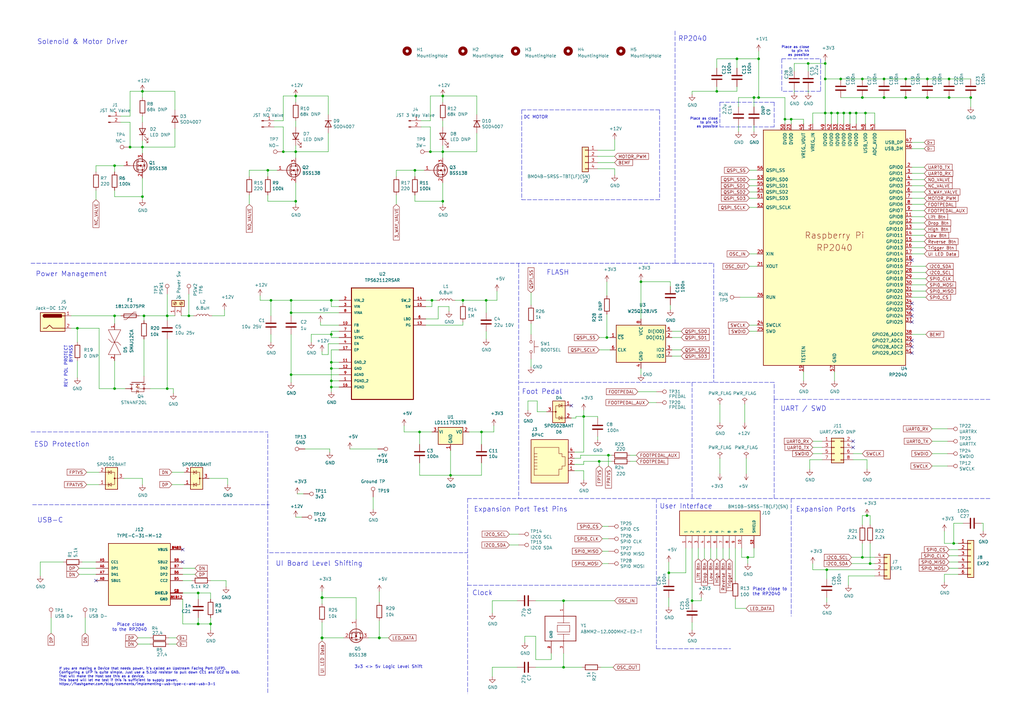
<source format=kicad_sch>
(kicad_sch (version 20211123) (generator eeschema)
  (paper "A3")
  (title_block (title "Pixel Pump Mainboard") (date "2022-07-25") (rev "6") (company "Robins Tools"))
  (junction (at 135.89 148.59) (diameter 0.9144))
  (junction (at 121.285 39.37) (diameter 0.9144))
  (junction (at 68.58 159.385))
  (junction (at 249.555 186.69))
  (junction (at 109.855 69.85) (diameter 0.9144))
  (junction (at 155.575 261.62) (diameter 1.016))
  (junction (at 81.28 243.205) (diameter 0.9144))
  (junction (at 177.165 123.19) (diameter 0.9144))
  (junction (at 121.285 62.23) (diameter 0.9144))
  (junction (at 321.945 48.895) (diameter 0.9144))
  (junction (at 111.125 123.19))
  (junction (at 46.99 67.945) (diameter 0.9144))
  (junction (at 346.075 46.355) (diameter 0.9144))
  (junction (at 31.75 134.62) (diameter 0.9144))
  (junction (at 338.455 46.355) (diameter 0.9144))
  (junction (at 353.695 228.6) (diameter 0.9144))
  (junction (at 356.87 231.14) (diameter 0.9144))
  (junction (at 398.145 40.005) (diameter 0.9144))
  (junction (at 309.245 40.005))
  (junction (at 132.08 245.11) (diameter 1.016))
  (junction (at 46.99 129.54))
  (junction (at 389.255 40.005) (diameter 0.9144))
  (junction (at 184.785 194.945) (diameter 0.9144))
  (junction (at 351.155 46.355) (diameter 0.9144))
  (junction (at 135.89 123.19) (diameter 0.9144))
  (junction (at 339.09 233.68) (diameter 0.9144))
  (junction (at 283.845 246.38) (diameter 0.9144))
  (junction (at 181.61 62.23) (diameter 0.9144))
  (junction (at 86.36 255.905) (diameter 0.9144))
  (junction (at 189.865 123.19))
  (junction (at 231.14 246.38))
  (junction (at 135.89 151.13) (diameter 0.9144))
  (junction (at 389.255 32.385) (diameter 0.9144))
  (junction (at 135.89 137.16) (diameter 0.9144))
  (junction (at 380.365 32.385) (diameter 0.9144))
  (junction (at 353.695 40.005) (diameter 0.9144))
  (junction (at 59.055 129.54))
  (junction (at 274.32 234.95) (diameter 0.9144))
  (junction (at 344.805 32.385) (diameter 0.9144))
  (junction (at 135.89 158.75) (diameter 0.9144))
  (junction (at 170.18 69.85) (diameter 0.9144))
  (junction (at 239.395 170.815))
  (junction (at 338.455 32.385) (diameter 0.9144))
  (junction (at 302.26 24.13) (diameter 0.9144))
  (junction (at 380.365 40.005) (diameter 0.9144))
  (junction (at 353.695 32.385) (diameter 0.9144))
  (junction (at 176.53 62.23) (diameter 0.9144))
  (junction (at 306.705 228.6) (diameter 0.9144))
  (junction (at 331.47 26.035))
  (junction (at 58.42 80.645) (diameter 0.9144))
  (junction (at 68.58 129.54))
  (junction (at 340.995 46.355) (diameter 0.9144))
  (junction (at 354.965 46.355) (diameter 0.9144))
  (junction (at 343.535 46.355) (diameter 0.9144))
  (junction (at 362.585 32.385) (diameter 0.9144))
  (junction (at 58.42 37.465) (diameter 0.9144))
  (junction (at 81.28 255.905) (diameter 0.9144))
  (junction (at 53.34 60.325) (diameter 0.9144))
  (junction (at 311.15 24.13) (diameter 0.9144))
  (junction (at 135.89 156.21) (diameter 0.9144))
  (junction (at 248.92 138.43) (diameter 0.9144))
  (junction (at 46.99 159.385))
  (junction (at 355.6 211.455) (diameter 0.9144))
  (junction (at 119.38 128.27) (diameter 0.9144))
  (junction (at 116.205 62.23) (diameter 0.9144))
  (junction (at 324.485 48.895) (diameter 0.9144))
  (junction (at 181.61 82.55) (diameter 0.9144))
  (junction (at 181.61 39.37) (diameter 0.9144))
  (junction (at 362.585 40.005) (diameter 0.9144))
  (junction (at 231.14 273.685))
  (junction (at 348.615 46.355) (diameter 0.9144))
  (junction (at 199.39 123.19))
  (junction (at 262.89 115.57) (diameter 0.9144))
  (junction (at 371.475 32.385) (diameter 0.9144))
  (junction (at 119.38 153.67) (diameter 0.9144))
  (junction (at 77.47 129.54))
  (junction (at 121.285 82.55) (diameter 0.9144))
  (junction (at 311.15 40.005) (diameter 0.9144))
  (junction (at 391.16 222.885) (diameter 0.9144))
  (junction (at 172.085 177.165) (diameter 0.9144))
  (junction (at 371.475 40.005) (diameter 0.9144))
  (junction (at 245.745 189.23) (diameter 0.9144))
  (junction (at 119.38 123.19))
  (junction (at 294.005 37.465) (diameter 0.9144))
  (junction (at 197.485 177.165) (diameter 0.9144))
  (junction (at 132.08 261.62) (diameter 1.016))
  (junction (at 58.42 60.325) (diameter 0.9144))
  (junction (at 338.455 26.035))
  (no_connect (at 349.885 180.975))
  (no_connect (at 349.885 183.515))
  (no_connect (at 74.93 230.505))
  (no_connect (at 39.37 238.125))
  (no_connect (at 374.015 129.54))
  (no_connect (at 374.015 132.08))
  (no_connect (at 374.015 139.7))
  (no_connect (at 374.015 124.46))
  (no_connect (at 374.015 127))
  (no_connect (at 374.015 106.68))
  (no_connect (at 374.015 142.24))
  (no_connect (at 374.015 144.78))
  (no_connect (at 74.93 225.425))
  (no_connect (at 234.315 166.37))
  (wire (pts (xy 201.93 246.38) (xy 212.09 246.38)))
  (wire (pts (xy 74.93 233.045) (xy 80.01 233.045)))
  (wire (pts (xy 86.36 245.745) (xy 86.36 243.205)))
  (wire (pts (xy 58.42 60.325) (xy 71.755 60.325)))
  (wire (pts (xy 46.99 129.54) (xy 29.21 129.54)))
  (wire (pts (xy 235.585 185.42) (xy 239.395 185.42)))
  (wire (pts (xy 309.245 40.005) (xy 311.15 40.005)))
  (wire (pts (xy 85.725 196.215) (xy 93.345 196.215)))
  (wire (pts (xy 201.93 273.685) (xy 212.09 273.685)))
  (wire (pts (xy 109.855 82.55) (xy 121.285 82.55)))
  (wire (pts (xy 172.72 52.07) (xy 176.53 52.07)))
  (wire (pts (xy 20.955 259.715) (xy 20.955 253.365)))
  (wire (pts (xy 374.015 116.84) (xy 379.73 116.84)))
  (wire (pts (xy 58.42 73.025) (xy 58.42 80.645)))
  (wire (pts (xy 134.62 54.61) (xy 134.62 62.23)))
  (polyline (pts (xy 320.675 24.13) (xy 320.675 37.465)))
  (wire (pts (xy 49.53 47.625) (xy 53.34 47.625)))
  (wire (pts (xy 58.42 37.465) (xy 58.42 40.005)))
  (wire (pts (xy 132.08 255.27) (xy 132.08 261.62)))
  (wire (pts (xy 53.34 60.325) (xy 58.42 60.325)))
  (wire (pts (xy 155.575 261.62) (xy 159.385 261.62)))
  (wire (pts (xy 332.105 188.595) (xy 337.185 188.595)))
  (wire (pts (xy 332.105 192.405) (xy 332.105 188.595)))
  (wire (pts (xy 59.055 129.54) (xy 68.58 129.54)))
  (wire (pts (xy 266.065 165.1) (xy 269.24 165.1)))
  (polyline (pts (xy 109.855 207.01) (xy 109.855 284.48)))
  (wire (pts (xy 170.18 80.01) (xy 170.18 82.55)))
  (wire (pts (xy 181.61 52.07) (xy 181.61 49.53)))
  (wire (pts (xy 135.89 123.19) (xy 139.065 123.19)))
  (wire (pts (xy 119.38 123.19) (xy 135.89 123.19)))
  (polyline (pts (xy 12.7 177.165) (xy 109.855 177.165)))
  (wire (pts (xy 238.125 187.96) (xy 235.585 187.96)))
  (wire (pts (xy 40.64 134.62) (xy 40.64 159.385)))
  (wire (pts (xy 349.885 186.055) (xy 353.695 186.055)))
  (wire (pts (xy 174.625 133.35) (xy 189.865 133.35)))
  (wire (pts (xy 189.865 133.35) (xy 189.865 132.08)))
  (wire (pts (xy 343.535 46.355) (xy 343.535 50.8)))
  (polyline (pts (xy 110.49 226.695) (xy 191.77 226.695)) (stroke (width 0) (type dash)))
  (wire (pts (xy 249.555 220.98) (xy 247.015 220.98)))
  (wire (pts (xy 231.14 267.97) (xy 231.14 273.685)))
  (wire (pts (xy 262.89 115.57) (xy 262.89 130.81)))
  (wire (pts (xy 262.89 114.935) (xy 262.89 115.57)))
  (wire (pts (xy 305.435 165.735) (xy 305.435 173.355)))
  (wire (pts (xy 59.055 131.445) (xy 59.055 129.54)))
  (wire (pts (xy 116.205 39.37) (xy 121.285 39.37)))
  (wire (pts (xy 121.92 202.565) (xy 124.46 202.565)))
  (wire (pts (xy 77.47 120.65) (xy 77.47 129.54)))
  (wire (pts (xy 235.585 193.04) (xy 239.395 193.04)))
  (wire (pts (xy 121.285 212.09) (xy 123.825 212.09)))
  (wire (pts (xy 262.89 115.57) (xy 274.955 115.57)))
  (wire (pts (xy 274.955 117.475) (xy 274.955 115.57)))
  (wire (pts (xy 35.56 198.755) (xy 40.64 198.755)))
  (wire (pts (xy 245.745 189.23) (xy 245.745 191.135)))
  (wire (pts (xy 217.805 132.715) (xy 217.805 137.16)))
  (wire (pts (xy 135.89 151.13) (xy 139.065 151.13)))
  (wire (pts (xy 139.065 148.59) (xy 135.89 148.59)))
  (wire (pts (xy 135.89 148.59) (xy 135.89 151.13)))
  (wire (pts (xy 374.015 71.12) (xy 379.095 71.12)))
  (wire (pts (xy 181.61 82.55) (xy 181.61 83.82)))
  (wire (pts (xy 16.51 230.505) (xy 26.035 230.505)))
  (wire (pts (xy 16.51 236.22) (xy 16.51 230.505)))
  (wire (pts (xy 106.68 121.285) (xy 106.68 123.19)))
  (wire (pts (xy 106.68 123.19) (xy 111.125 123.19)))
  (wire (pts (xy 179.705 130.81) (xy 179.705 125.73)))
  (wire (pts (xy 174.625 130.81) (xy 179.705 130.81)))
  (wire (pts (xy 179.705 125.73) (xy 184.15 125.73)))
  (wire (pts (xy 184.15 125.73) (xy 184.15 127.635)))
  (wire (pts (xy 238.125 186.69) (xy 238.125 187.96)))
  (wire (pts (xy 140.97 261.62) (xy 132.08 261.62)))
  (wire (pts (xy 111.125 123.19) (xy 119.38 123.19)))
  (wire (pts (xy 46.99 159.385) (xy 51.435 159.385)))
  (polyline (pts (xy 324.485 204.47) (xy 324.485 252.73)) (stroke (width 0) (type dash)))
  (polyline (pts (xy 295.275 41.91) (xy 317.5 41.91)))
  (wire (pts (xy 39.37 78.105) (xy 39.37 81.915)))
  (wire (pts (xy 301.625 249.555) (xy 301.625 245.745)))
  (wire (pts (xy 306.07 249.555) (xy 301.625 249.555)))
  (wire (pts (xy 71.755 52.705) (xy 71.755 60.325)))
  (wire (pts (xy 46.99 80.645) (xy 58.42 80.645)))
  (wire (pts (xy 32.385 233.045) (xy 39.37 233.045)))
  (wire (pts (xy 172.085 189.865) (xy 172.085 194.945)))
  (wire (pts (xy 245.11 171.45) (xy 245.11 170.815)))
  (wire (pts (xy 125.095 184.15) (xy 135.255 184.15)))
  (wire (pts (xy 135.89 151.13) (xy 135.89 156.21)))
  (wire (pts (xy 135.89 156.21) (xy 139.065 156.21)))
  (wire (pts (xy 382.27 175.895) (xy 388.62 175.895)))
  (wire (pts (xy 102.235 69.85) (xy 109.855 69.85)))
  (wire (pts (xy 231.14 273.685) (xy 238.76 273.685)))
  (wire (pts (xy 374.015 137.16) (xy 379.73 137.16)))
  (wire (pts (xy 333.375 233.68) (xy 333.375 231.14)))
  (wire (pts (xy 202.565 177.165) (xy 197.485 177.165)))
  (wire (pts (xy 374.015 58.42) (xy 379.095 58.42)))
  (polyline (pts (xy 295.275 41.91) (xy 295.275 52.07)))
  (wire (pts (xy 333.375 183.515) (xy 337.185 183.515)))
  (wire (pts (xy 135.89 156.21) (xy 135.89 158.75)))
  (wire (pts (xy 135.89 158.75) (xy 139.065 158.75)))
  (wire (pts (xy 197.485 182.245) (xy 197.485 177.165)))
  (wire (pts (xy 374.015 111.76) (xy 379.73 111.76)))
  (wire (pts (xy 176.53 52.07) (xy 176.53 62.23)))
  (wire (pts (xy 46.99 132.715) (xy 46.99 129.54)))
  (wire (pts (xy 208.915 219.075) (xy 212.725 219.075)))
  (wire (pts (xy 219.71 260.985) (xy 215.265 260.985)))
  (wire (pts (xy 53.34 37.465) (xy 58.42 37.465)))
  (wire (pts (xy 134.62 140.97) (xy 139.065 140.97)))
  (wire (pts (xy 374.015 83.82) (xy 379.095 83.82)))
  (wire (pts (xy 135.89 158.75) (xy 135.89 160.655)))
  (wire (pts (xy 295.275 173.355) (xy 295.275 165.735)))
  (wire (pts (xy 172.085 194.945) (xy 184.785 194.945)))
  (wire (pts (xy 389.255 32.385) (xy 398.145 32.385)))
  (wire (pts (xy 362.585 32.385) (xy 371.475 32.385)))
  (wire (pts (xy 353.695 32.385) (xy 362.585 32.385)))
  (wire (pts (xy 380.365 32.385) (xy 389.255 32.385)))
  (wire (pts (xy 371.475 32.385) (xy 380.365 32.385)))
  (wire (pts (xy 226.06 270.51) (xy 219.71 270.51)))
  (wire (pts (xy 135.255 184.15) (xy 135.255 185.42)))
  (wire (pts (xy 321.945 40.005) (xy 311.15 40.005)))
  (wire (pts (xy 321.945 48.895) (xy 321.945 40.005)))
  (wire (pts (xy 302.895 40.005) (xy 302.895 43.815)))
  (wire (pts (xy 302.895 40.005) (xy 309.245 40.005)))
  (wire (pts (xy 307.34 73.66) (xy 310.515 73.66)))
  (wire (pts (xy 374.015 81.28) (xy 379.095 81.28)))
  (wire (pts (xy 174.625 123.19) (xy 177.165 123.19)))
  (wire (pts (xy 177.165 123.19) (xy 179.07 123.19)))
  (wire (pts (xy 325.755 26.035) (xy 325.755 29.21)))
  (wire (pts (xy 33.655 230.505) (xy 39.37 230.505)))
  (wire (pts (xy 132.08 242.57) (xy 132.08 245.11)))
  (wire (pts (xy 61.595 159.385) (xy 68.58 159.385)))
  (wire (pts (xy 71.12 159.385) (xy 71.12 161.29)))
  (wire (pts (xy 165.735 174.625) (xy 165.735 177.165)))
  (wire (pts (xy 49.53 50.165) (xy 53.34 50.165)))
  (wire (pts (xy 109.855 72.39) (xy 109.855 69.85)))
  (wire (pts (xy 69.215 261.62) (xy 72.39 261.62)))
  (wire (pts (xy 356.87 211.455) (xy 356.87 215.265)))
  (wire (pts (xy 355.6 211.455) (xy 356.87 211.455)))
  (wire (pts (xy 35.56 193.675) (xy 40.64 193.675)))
  (wire (pts (xy 387.35 217.805) (xy 387.35 222.885)))
  (wire (pts (xy 387.35 222.885) (xy 391.16 222.885)))
  (wire (pts (xy 391.16 222.885) (xy 393.065 222.885)))
  (wire (pts (xy 220.345 168.91) (xy 220.345 164.465)))
  (wire (pts (xy 403.225 214.63) (xy 402.59 214.63)))
  (wire (pts (xy 403.225 217.805) (xy 403.225 214.63)))
  (wire (pts (xy 236.22 170.815) (xy 239.395 170.815)))
  (wire (pts (xy 258.445 186.69) (xy 260.985 186.69)))
  (wire (pts (xy 176.53 49.53) (xy 176.53 39.37)))
  (wire (pts (xy 374.015 101.6) (xy 379.095 101.6)))
  (wire (pts (xy 333.375 233.68) (xy 339.09 233.68)))
  (wire (pts (xy 339.09 233.68) (xy 358.775 233.68)))
  (wire (pts (xy 374.015 99.06) (xy 379.095 99.06)))
  (wire (pts (xy 329.565 152.4) (xy 329.565 156.21)))
  (polyline (pts (xy 191.77 204.47) (xy 406.4 204.47)) (stroke (width 0) (type dash)))
  (wire (pts (xy 302.26 35.56) (xy 302.26 37.465)))
  (wire (pts (xy 302.26 37.465) (xy 294.005 37.465)))
  (wire (pts (xy 283.845 37.465) (xy 283.845 38.735)))
  (wire (pts (xy 294.005 37.465) (xy 283.845 37.465)))
  (wire (pts (xy 344.805 32.385) (xy 353.695 32.385)))
  (wire (pts (xy 309.245 224.79) (xy 309.245 228.6)))
  (wire (pts (xy 374.015 76.2) (xy 379.095 76.2)))
  (wire (pts (xy 31.75 134.62) (xy 31.75 140.335)))
  (wire (pts (xy 172.72 49.53) (xy 176.53 49.53)))
  (wire (pts (xy 203.835 119.38) (xy 203.835 123.19)))
  (wire (pts (xy 203.835 123.19) (xy 199.39 123.19)))
  (wire (pts (xy 53.34 47.625) (xy 53.34 37.465)))
  (wire (pts (xy 307.34 81.28) (xy 310.515 81.28)))
  (wire (pts (xy 303.53 121.92) (xy 310.515 121.92)))
  (wire (pts (xy 351.155 46.355) (xy 351.155 50.8)))
  (wire (pts (xy 32.385 235.585) (xy 39.37 235.585)))
  (wire (pts (xy 239.395 189.23) (xy 245.745 189.23)))
  (wire (pts (xy 245.745 189.23) (xy 250.825 189.23)))
  (polyline (pts (xy 276.86 12.7) (xy 276.86 107.95)) (stroke (width 0) (type dash)))
  (wire (pts (xy 121.285 74.93) (xy 121.285 82.55)))
  (wire (pts (xy 333.375 180.975) (xy 337.185 180.975)))
  (wire (pts (xy 119.38 137.16) (xy 119.38 153.67)))
  (wire (pts (xy 119.38 153.67) (xy 119.38 156.845)))
  (wire (pts (xy 53.34 50.165) (xy 53.34 60.325)))
  (wire (pts (xy 294.005 35.56) (xy 294.005 37.465)))
  (wire (pts (xy 143.51 184.15) (xy 154.94 184.15)))
  (wire (pts (xy 389.255 40.005) (xy 398.145 40.005)))
  (wire (pts (xy 362.585 40.005) (xy 371.475 40.005)))
  (wire (pts (xy 344.805 40.005) (xy 353.695 40.005)))
  (wire (pts (xy 353.695 40.005) (xy 362.585 40.005)))
  (wire (pts (xy 380.365 40.005) (xy 389.255 40.005)))
  (wire (pts (xy 371.475 40.005) (xy 380.365 40.005)))
  (wire (pts (xy 181.61 64.77) (xy 181.61 62.23)))
  (wire (pts (xy 151.13 261.62) (xy 155.575 261.62)))
  (wire (pts (xy 215.265 260.985) (xy 215.265 263.525)))
  (wire (pts (xy 231.14 246.38) (xy 252.095 246.38)))
  (wire (pts (xy 309.245 40.005) (xy 309.245 43.815)))
  (wire (pts (xy 132.08 261.62) (xy 132.08 262.89)))
  (wire (pts (xy 77.47 129.54) (xy 79.375 129.54)))
  (wire (pts (xy 155.575 254.635) (xy 155.575 261.62)))
  (wire (pts (xy 70.485 198.755) (xy 75.565 198.755)))
  (wire (pts (xy 46.99 70.485) (xy 46.99 67.945)))
  (wire (pts (xy 307.34 135.89) (xy 310.515 135.89)))
  (wire (pts (xy 59.055 139.065) (xy 59.055 154.305)))
  (wire (pts (xy 307.34 104.14) (xy 310.515 104.14)))
  (wire (pts (xy 346.075 46.355) (xy 348.615 46.355)))
  (wire (pts (xy 343.535 46.355) (xy 346.075 46.355)))
  (wire (pts (xy 340.995 46.355) (xy 343.535 46.355)))
  (wire (pts (xy 333.375 50.8) (xy 333.375 46.355)))
  (wire (pts (xy 333.375 46.355) (xy 338.455 46.355)))
  (wire (pts (xy 338.455 46.355) (xy 340.995 46.355)))
  (wire (pts (xy 358.775 46.355) (xy 358.775 50.8)))
  (wire (pts (xy 348.615 46.355) (xy 351.155 46.355)))
  (wire (pts (xy 351.155 46.355) (xy 354.965 46.355)))
  (wire (pts (xy 354.965 46.355) (xy 358.775 46.355)))
  (wire (pts (xy 248.92 138.43) (xy 250.19 138.43)))
  (wire (pts (xy 245.745 138.43) (xy 248.92 138.43)))
  (wire (pts (xy 58.42 62.865) (xy 58.42 60.325)))
  (wire (pts (xy 31.75 134.62) (xy 40.64 134.62)))
  (wire (pts (xy 29.21 134.62) (xy 31.75 134.62)))
  (wire (pts (xy 224.155 168.91) (xy 220.345 168.91)))
  (wire (pts (xy 176.53 62.23) (xy 181.61 62.23)))
  (wire (pts (xy 252.095 69.215) (xy 252.095 71.755)))
  (wire (pts (xy 245.11 69.215) (xy 252.095 69.215)))
  (wire (pts (xy 247.015 215.9) (xy 249.555 215.9)))
  (wire (pts (xy 86.36 255.905) (xy 86.36 258.445)))
  (wire (pts (xy 184.785 194.945) (xy 184.785 184.785)))
  (wire (pts (xy 389.255 230.505) (xy 393.065 230.505)))
  (wire (pts (xy 121.285 82.55) (xy 121.285 83.82)))
  (wire (pts (xy 286.385 224.79) (xy 286.385 229.235)))
  (polyline (pts (xy 191.77 240.03) (xy 269.24 240.03)) (stroke (width 0) (type dash)))
  (wire (pts (xy 306.705 228.6) (xy 309.245 228.6)))
  (wire (pts (xy 304.165 224.79) (xy 304.165 228.6)))
  (wire (pts (xy 304.165 228.6) (xy 306.705 228.6)))
  (wire (pts (xy 74.93 255.905) (xy 81.28 255.905)))
  (wire (pts (xy 81.28 255.905) (xy 86.36 255.905)))
  (wire (pts (xy 389.255 233.045) (xy 393.065 233.045)))
  (wire (pts (xy 121.285 62.23) (xy 134.62 62.23)))
  (wire (pts (xy 58.42 37.465) (xy 71.755 37.465)))
  (wire (pts (xy 170.18 69.85) (xy 173.99 69.85)))
  (wire (pts (xy 339.09 233.68) (xy 339.09 237.49)))
  (wire (pts (xy 274.32 234.95) (xy 274.32 237.49)))
  (wire (pts (xy 127.635 140.335) (xy 127.635 137.16)))
  (wire (pts (xy 275.59 135.89) (xy 279.4 135.89)))
  (polyline (pts (xy 269.24 204.47) (xy 269.24 257.81)) (stroke (width 0.152) (type dash)))
  (polyline (pts (xy 269.24 266.065) (xy 299.72 266.065)) (stroke (width 0) (type dash)))
  (wire (pts (xy 236.22 171.45) (xy 236.22 170.815)))
  (wire (pts (xy 50.8 196.215) (xy 58.42 196.215)))
  (wire (pts (xy 245.11 179.07) (xy 245.11 180.34)))
  (wire (pts (xy 275.59 146.05) (xy 279.4 146.05)))
  (wire (pts (xy 202.565 174.625) (xy 202.565 177.165)))
  (wire (pts (xy 176.53 39.37) (xy 181.61 39.37)))
  (wire (pts (xy 339.09 245.11) (xy 339.09 247.015)))
  (wire (pts (xy 74.93 243.205) (xy 81.28 243.205)))
  (wire (pts (xy 81.28 243.205) (xy 86.36 243.205)))
  (wire (pts (xy 111.125 129.54) (xy 111.125 123.19)))
  (wire (pts (xy 74.93 238.125) (xy 78.74 238.125)))
  (wire (pts (xy 112.395 52.07) (xy 116.205 52.07)))
  (wire (pts (xy 74.295 129.54) (xy 77.47 129.54)))
  (wire (pts (xy 283.845 255.27) (xy 283.845 258.445)))
  (wire (pts (xy 353.695 222.885) (xy 353.695 228.6)))
  (wire (pts (xy 307.34 69.85) (xy 310.515 69.85)))
  (wire (pts (xy 374.015 114.3) (xy 379.73 114.3)))
  (wire (pts (xy 356.87 222.885) (xy 356.87 231.14)))
  (wire (pts (xy 69.215 264.16) (xy 72.39 264.16)))
  (wire (pts (xy 102.235 80.01) (xy 102.235 83.82)))
  (wire (pts (xy 181.61 39.37) (xy 181.61 41.91)))
  (wire (pts (xy 201.93 251.46) (xy 201.93 246.38)))
  (wire (pts (xy 119.38 153.67) (xy 139.065 153.67)))
  (wire (pts (xy 296.545 224.79) (xy 296.545 229.235)))
  (wire (pts (xy 274.32 245.11) (xy 274.32 248.92)))
  (wire (pts (xy 132.08 245.11) (xy 132.08 247.65)))
  (wire (pts (xy 68.58 120.65) (xy 68.58 129.54)))
  (wire (pts (xy 58.42 196.215) (xy 58.42 198.755)))
  (wire (pts (xy 116.205 62.23) (xy 121.285 62.23)))
  (wire (pts (xy 92.71 238.125) (xy 86.36 238.125)))
  (wire (pts (xy 92.71 240.665) (xy 92.71 238.125)))
  (wire (pts (xy 46.99 78.105) (xy 46.99 80.645)))
  (wire (pts (xy 275.59 138.43) (xy 279.4 138.43)))
  (wire (pts (xy 162.56 80.01) (xy 162.56 83.82)))
  (wire (pts (xy 58.42 50.165) (xy 58.42 47.625)))
  (wire (pts (xy 324.485 48.895) (xy 321.945 48.895)))
  (wire (pts (xy 329.565 48.895) (xy 324.485 48.895)))
  (wire (pts (xy 329.565 50.8) (xy 329.565 48.895)))
  (wire (pts (xy 321.945 48.895) (xy 321.945 50.8)))
  (wire (pts (xy 391.16 214.63) (xy 391.16 222.885)))
  (wire (pts (xy 394.97 214.63) (xy 391.16 214.63)))
  (wire (pts (xy 216.535 164.465) (xy 216.535 168.275)))
  (wire (pts (xy 249.555 186.69) (xy 250.825 186.69)))
  (wire (pts (xy 201.93 277.495) (xy 201.93 273.685)))
  (wire (pts (xy 135.89 137.16) (xy 135.89 138.43)))
  (wire (pts (xy 135.89 138.43) (xy 139.065 138.43)))
  (wire (pts (xy 139.065 135.89) (xy 135.89 135.89)))
  (wire (pts (xy 135.89 135.89) (xy 135.89 137.16)))
  (wire (pts (xy 162.56 69.85) (xy 170.18 69.85)))
  (wire (pts (xy 162.56 72.39) (xy 162.56 69.85)))
  (wire (pts (xy 348.615 46.355) (xy 348.615 50.8)))
  (wire (pts (xy 109.855 80.01) (xy 109.855 82.55)))
  (wire (pts (xy 231.14 246.38) (xy 231.14 247.65)))
  (polyline (pts (xy 12.7 107.95) (xy 276.86 107.95)) (stroke (width 0) (type dash)))
  (wire (pts (xy 219.71 246.38) (xy 231.14 246.38)))
  (wire (pts (xy 217.805 147.32) (xy 217.805 150.495)))
  (wire (pts (xy 302.26 24.13) (xy 302.26 27.94)))
  (wire (pts (xy 382.27 180.975) (xy 388.62 180.975)))
  (wire (pts (xy 181.61 62.23) (xy 181.61 59.69)))
  (polyline (pts (xy 317.5 52.07) (xy 295.275 52.07)))
  (wire (pts (xy 338.455 32.385) (xy 344.805 32.385)))
  (wire (pts (xy 338.455 24.765) (xy 338.455 26.035)))
  (wire (pts (xy 68.58 129.54) (xy 68.58 131.445)))
  (wire (pts (xy 248.92 128.905) (xy 248.92 138.43)))
  (wire (pts (xy 116.205 49.53) (xy 116.205 39.37)))
  (wire (pts (xy 195.58 39.37) (xy 195.58 46.99)))
  (wire (pts (xy 199.39 135.89) (xy 199.39 139.065)))
  (wire (pts (xy 121.285 39.37) (xy 134.62 39.37)))
  (wire (pts (xy 374.015 60.96) (xy 379.095 60.96)))
  (wire (pts (xy 58.42 60.325) (xy 58.42 57.785)))
  (wire (pts (xy 219.71 270.51) (xy 219.71 260.985)))
  (wire (pts (xy 119.38 123.19) (xy 119.38 128.27)))
  (wire (pts (xy 74.93 245.745) (xy 74.93 255.905)))
  (wire (pts (xy 56.515 261.62) (xy 61.595 261.62)))
  (wire (pts (xy 245.11 64.135) (xy 252.095 64.135)))
  (wire (pts (xy 70.485 193.675) (xy 75.565 193.675)))
  (polyline (pts (xy 317.5 163.83) (xy 406.4 163.83)) (stroke (width 0) (type dash)))
  (wire (pts (xy 353.695 211.455) (xy 353.695 215.265)))
  (polyline (pts (xy 320.675 24.13) (xy 336.55 24.13)))
  (wire (pts (xy 155.575 242.57) (xy 155.575 247.015)))
  (wire (pts (xy 275.59 143.51) (xy 279.4 143.51)))
  (wire (pts (xy 246.38 273.685) (xy 251.46 273.685)))
  (wire (pts (xy 249.555 186.69) (xy 249.555 191.135)))
  (wire (pts (xy 40.64 159.385) (xy 46.99 159.385)))
  (wire (pts (xy 342.265 152.4) (xy 342.265 156.21)))
  (wire (pts (xy 174.625 125.73) (xy 177.165 125.73)))
  (wire (pts (xy 177.165 125.73) (xy 177.165 123.19)))
  (polyline (pts (xy 317.5 163.83) (xy 317.5 204.47)) (stroke (width 0) (type dash)))
  (wire (pts (xy 111.125 137.16) (xy 111.125 140.335)))
  (wire (pts (xy 356.87 231.14) (xy 358.775 231.14)))
  (wire (pts (xy 349.25 231.14) (xy 356.87 231.14)))
  (wire (pts (xy 121.285 62.23) (xy 121.285 59.69)))
  (wire (pts (xy 195.58 54.61) (xy 195.58 62.23)))
  (polyline (pts (xy 336.55 24.13) (xy 336.55 37.465)))
  (wire (pts (xy 307.34 85.09) (xy 310.515 85.09)))
  (wire (pts (xy 165.735 177.165) (xy 172.085 177.165)))
  (wire (pts (xy 307.34 78.74) (xy 310.515 78.74)))
  (polyline (pts (xy 270.51 45.085) (xy 270.51 81.915)) (stroke (width 0) (type dash)))
  (polyline (pts (xy 213.995 45.085) (xy 213.995 81.915)) (stroke (width 0) (type dash)))
  (polyline (pts (xy 270.51 81.915) (xy 213.995 81.915)) (stroke (width 0) (type dash)))
  (polyline (pts (xy 213.995 45.085) (xy 270.51 45.085)) (stroke (width 0) (type dash)))
  (wire (pts (xy 131.445 132.08) (xy 131.445 133.35)))
  (wire (pts (xy 347.98 236.22) (xy 358.775 236.22)))
  (wire (pts (xy 248.92 115.57) (xy 248.92 121.285)))
  (wire (pts (xy 239.395 193.04) (xy 239.395 196.85)))
  (wire (pts (xy 153.035 203.835) (xy 153.035 208.915)))
  (wire (pts (xy 68.58 159.385) (xy 71.12 159.385)))
  (polyline (pts (xy 276.86 107.95) (xy 292.735 107.95)) (stroke (width 0) (type dash)))
  (polyline (pts (xy 292.735 107.95) (xy 292.735 156.845)) (stroke (width 0) (type dash)))
  (wire (pts (xy 245.11 170.815) (xy 239.395 170.815)))
  (wire (pts (xy 261.62 160.655) (xy 269.24 160.655)))
  (wire (pts (xy 374.015 78.74) (xy 379.095 78.74)))
  (wire (pts (xy 81.28 253.365) (xy 81.28 255.905)))
  (wire (pts (xy 349.885 188.595) (xy 355.6 188.595)))
  (wire (pts (xy 355.6 188.595) (xy 355.6 192.405)))
  (wire (pts (xy 389.255 227.965) (xy 393.065 227.965)))
  (wire (pts (xy 347.98 240.03) (xy 347.98 236.22)))
  (wire (pts (xy 132.08 144.145) (xy 132.08 145.415)))
  (wire (pts (xy 132.08 145.415) (xy 134.62 145.415)))
  (wire (pts (xy 134.62 145.415) (xy 134.62 140.97)))
  (wire (pts (xy 307.34 76.2) (xy 310.515 76.2)))
  (wire (pts (xy 199.39 123.19) (xy 199.39 128.27)))
  (wire (pts (xy 189.865 123.19) (xy 189.865 124.46)))
  (wire (pts (xy 331.47 36.83) (xy 331.47 38.1)))
  (wire (pts (xy 354.965 46.355) (xy 354.965 50.8)))
  (wire (pts (xy 340.995 46.355) (xy 340.995 50.8)))
  (wire (pts (xy 374.015 121.92) (xy 379.73 121.92)))
  (wire (pts (xy 306.705 228.6) (xy 306.705 231.14)))
  (wire (pts (xy 333.375 186.055) (xy 337.185 186.055)))
  (wire (pts (xy 249.555 231.14) (xy 247.015 231.14)))
  (wire (pts (xy 121.285 39.37) (xy 121.285 41.91)))
  (wire (pts (xy 34.925 259.715) (xy 34.925 253.365)))
  (wire (pts (xy 283.845 246.38) (xy 283.845 247.65)))
  (wire (pts (xy 283.845 224.79) (xy 283.845 246.38)))
  (wire (pts (xy 127.635 137.16) (xy 135.89 137.16)))
  (wire (pts (xy 93.345 196.215) (xy 93.345 198.755)))
  (wire (pts (xy 219.71 273.685) (xy 231.14 273.685)))
  (wire (pts (xy 181.61 74.93) (xy 181.61 82.55)))
  (wire (pts (xy 226.06 267.97) (xy 226.06 270.51)))
  (wire (pts (xy 353.695 228.6) (xy 358.775 228.6)))
  (wire (pts (xy 349.25 228.6) (xy 353.695 228.6)))
  (wire (pts (xy 238.125 186.69) (xy 249.555 186.69)))
  (wire (pts (xy 387.35 235.585) (xy 393.065 235.585)))
  (wire (pts (xy 387.35 238.76) (xy 387.35 235.585)))
  (wire (pts (xy 234.315 171.45) (xy 236.22 171.45)))
  (wire (pts (xy 245.745 143.51) (xy 250.19 143.51)))
  (wire (pts (xy 56.515 264.16) (xy 61.595 264.16)))
  (wire (pts (xy 102.235 72.39) (xy 102.235 69.85)))
  (wire (pts (xy 181.61 39.37) (xy 195.58 39.37)))
  (wire (pts (xy 338.455 26.035) (xy 331.47 26.035)))
  (wire (pts (xy 181.61 62.23) (xy 195.58 62.23)))
  (wire (pts (xy 239.395 168.275) (xy 239.395 170.815)))
  (wire (pts (xy 46.99 147.955) (xy 46.99 159.385)))
  (wire (pts (xy 288.925 224.79) (xy 288.925 229.235)))
  (wire (pts (xy 374.015 96.52) (xy 379.095 96.52)))
  (wire (pts (xy 39.37 67.945) (xy 46.99 67.945)))
  (wire (pts (xy 39.37 70.485) (xy 39.37 67.945)))
  (wire (pts (xy 389.255 225.425) (xy 393.065 225.425)))
  (wire (pts (xy 388.62 191.135) (xy 382.27 191.135)))
  (wire (pts (xy 294.005 224.79) (xy 294.005 229.235)))
  (wire (pts (xy 170.18 82.55) (xy 181.61 82.55)))
  (wire (pts (xy 307.34 133.35) (xy 310.515 133.35)))
  (wire (pts (xy 374.015 119.38) (xy 379.73 119.38)))
  (wire (pts (xy 245.11 66.675) (xy 252.095 66.675)))
  (wire (pts (xy 252.095 61.595) (xy 252.095 57.15)))
  (wire (pts (xy 245.11 61.595) (xy 252.095 61.595)))
  (wire (pts (xy 68.58 139.065) (xy 68.58 159.385)))
  (wire (pts (xy 197.485 177.165) (xy 192.405 177.165)))
  (wire (pts (xy 116.205 52.07) (xy 116.205 62.23)))
  (wire (pts (xy 346.075 46.355) (xy 346.075 50.8)))
  (wire (pts (xy 338.455 26.035) (xy 338.455 32.385)))
  (wire (pts (xy 295.275 187.96) (xy 295.275 194.31)))
  (wire (pts (xy 307.34 109.22) (xy 310.515 109.22)))
  (wire (pts (xy 208.915 223.52) (xy 212.725 223.52)))
  (wire (pts (xy 239.395 189.23) (xy 239.395 190.5)))
  (wire (pts (xy 374.015 68.58) (xy 379.095 68.58)))
  (wire (pts (xy 220.345 164.465) (xy 216.535 164.465)))
  (wire (pts (xy 81.28 243.205) (xy 81.28 245.745)))
  (wire (pts (xy 46.99 129.54) (xy 49.53 129.54)))
  (wire (pts (xy 46.99 67.945) (xy 50.8 67.945)))
  (polyline (pts (xy 269.24 257.81) (xy 269.24 266.065)) (stroke (width 0) (type dash)))
  (wire (pts (xy 92.075 129.54) (xy 92.075 127)))
  (wire (pts (xy 131.445 133.35) (xy 139.065 133.35)))
  (polyline (pts (xy 283.845 156.845) (xy 283.845 204.47)) (stroke (width 0) (type dash)))
  (polyline (pts (xy 336.55 37.465) (xy 320.675 37.465)))
  (wire (pts (xy 146.05 254) (xy 146.05 245.11)))
  (wire (pts (xy 338.455 32.385) (xy 338.455 46.355)))
  (wire (pts (xy 71.755 45.085) (xy 71.755 37.465)))
  (polyline (pts (xy 191.77 204.47) (xy 191.77 284.48)))
  (wire (pts (xy 311.15 24.13) (xy 311.15 40.005)))
  (wire (pts (xy 311.15 20.955) (xy 311.15 24.13)))
  (polyline (pts (xy 109.855 207.01) (xy 109.855 177.165)))
  (wire (pts (xy 306.07 187.96) (xy 306.07 194.31)))
  (wire (pts (xy 189.865 123.19) (xy 199.39 123.19)))
  (wire (pts (xy 172.085 182.245) (xy 172.085 177.165)))
  (wire (pts (xy 398.145 40.005) (xy 398.145 43.815)))
  (wire (pts (xy 31.75 147.955) (xy 31.75 154.94)))
  (wire (pts (xy 74.93 235.585) (xy 80.01 235.585)))
  (wire (pts (xy 112.395 49.53) (xy 116.205 49.53)))
  (wire (pts (xy 353.695 211.455) (xy 355.6 211.455)))
  (wire (pts (xy 388.62 186.055) (xy 382.27 186.055)))
  (wire (pts (xy 146.05 245.11) (xy 132.08 245.11)))
  (wire (pts (xy 134.62 39.37) (xy 134.62 46.99)))
  (wire (pts (xy 374.015 109.22) (xy 379.73 109.22)))
  (wire (pts (xy 262.89 151.13) (xy 262.89 153.67)))
  (wire (pts (xy 302.895 51.435) (xy 302.895 53.975)))
  (polyline (pts (xy 13.335 207.01) (xy 110.49 207.01)))
  (wire (pts (xy 291.465 224.79) (xy 291.465 229.235)))
  (wire (pts (xy 301.625 224.79) (xy 301.625 238.125)))
  (wire (pts (xy 86.995 129.54) (xy 92.075 129.54)))
  (polyline (pts (xy 317.5 163.83) (xy 317.5 156.845)) (stroke (width 0) (type dash)))
  (polyline (pts (xy 317.5 156.845) (xy 212.725 156.845)) (stroke (width 0) (type dash)))
  (wire (pts (xy 247.015 226.06) (xy 249.555 226.06)))
  (wire (pts (xy 374.015 104.14) (xy 379.095 104.14)))
  (wire (pts (xy 374.015 73.66) (xy 379.095 73.66)))
  (wire (pts (xy 197.485 194.945) (xy 197.485 189.865)))
  (wire (pts (xy 374.015 91.44) (xy 379.095 91.44)))
  (wire (pts (xy 287.655 245.11) (xy 287.655 246.38)))
  (wire (pts (xy 287.655 246.38) (xy 283.845 246.38)))
  (wire (pts (xy 331.47 26.035) (xy 331.47 29.21)))
  (wire (pts (xy 109.855 69.85) (xy 113.665 69.85)))
  (wire (pts (xy 119.38 128.27) (xy 119.38 129.54)))
  (wire (pts (xy 139.065 128.27) (xy 119.38 128.27)))
  (wire (pts (xy 57.15 129.54) (xy 59.055 129.54)))
  (wire (pts (xy 274.955 125.095) (xy 274.955 127)))
  (wire (pts (xy 172.085 177.165) (xy 177.165 177.165)))
  (wire (pts (xy 299.085 224.79) (xy 299.085 229.235)))
  (wire (pts (xy 274.32 230.505) (xy 274.32 234.95)))
  (wire (pts (xy 281.305 234.95) (xy 274.32 234.95)))
  (wire (pts (xy 374.015 86.36) (xy 379.095 86.36)))
  (wire (pts (xy 239.395 170.815) (xy 239.395 185.42)))
  (wire (pts (xy 325.755 36.83) (xy 325.755 38.1)))
  (wire (pts (xy 135.89 125.73) (xy 135.89 123.19)))
  (wire (pts (xy 139.065 125.73) (xy 135.89 125.73)))
  (wire (pts (xy 331.47 26.035) (xy 325.755 26.035)))
  (wire (pts (xy 184.785 194.945) (xy 197.485 194.945)))
  (wire (pts (xy 258.445 189.23) (xy 260.985 189.23)))
  (polyline (pts (xy 317.5 41.91) (xy 317.5 52.07)))
  (wire (pts (xy 374.015 93.98) (xy 379.095 93.98)))
  (polyline (pts (xy 212.725 107.95) (xy 212.725 204.47)) (stroke (width 0) (type dash)))
  (wire (pts (xy 86.36 253.365) (xy 86.36 255.905)))
  (wire (pts (xy 121.285 64.77) (xy 121.285 62.23)))
  (wire (pts (xy 324.485 48.895) (xy 324.485 50.8)))
  (wire (pts (xy 217.805 120.015) (xy 217.805 125.095)))
  (wire (pts (xy 170.18 72.39) (xy 170.18 69.85)))
  (wire (pts (xy 374.015 88.9) (xy 379.095 88.9)))
  (wire (pts (xy 302.26 24.13) (xy 311.15 24.13)))
  (wire (pts (xy 294.005 24.13) (xy 302.26 24.13)))
  (wire (pts (xy 294.005 24.13) (xy 294.005 27.94)))
  (wire (pts (xy 68.58 129.54) (xy 71.755 129.54)))
  (wire (pts (xy 309.245 51.435) (xy 309.245 53.975)))
  (wire (pts (xy 281.305 224.79) (xy 281.305 234.95)))
  (wire (pts (xy 121.285 52.07) (xy 121.285 49.53)))
  (wire (pts (xy 239.395 190.5) (xy 235.585 190.5)))
  (wire (pts (xy 135.89 143.51) (xy 135.89 148.59)))
  (wire (pts (xy 139.065 143.51) (xy 135.89 143.51)))
  (wire (pts (xy 58.42 80.645) (xy 58.42 81.915)))
  (wire (pts (xy 186.69 123.19) (xy 189.865 123.19)))
  (wire (pts (xy 338.455 46.355) (xy 338.455 50.8)))
  (text "ESD Protection" (at 13.97 183.515 0) (effects (font (size 2.0066 2.0066)) (justify left bottom)))
  (text "FLASH" (at 224.155 113.03 0) (effects (font (size 2.007 2.007)) (justify left bottom)))
  (text "Clock" (at 193.675 244.475 0) (effects (font (size 2.0066 2.0066)) (justify left bottom)))
  (text "REV POL PROTECT\nBYPASS" (at 29.845 141.605 270) (effects (font (size 1.27 1.27)) (justify right bottom)))
  (text "DC MOTOR" (at 224.79 48.895 180) (effects (font (size 1.27 1.27)) (justify right bottom)))
  (text "Place close \nto the RP2040" (at 60.325 259.08 180) (effects (font (size 1.27 1.27)) (justify right bottom)))
  (text "UART / SWD" (at 320.04 168.91 0) (effects (font (size 2.007 2.007)) (justify left bottom)))
  (text "Expansion Port Test Pins" (at 194.31 210.185 0) (effects (font (size 2.007 2.007)) (justify left bottom)))
  (text "Place as close\nto pin 45\nas possible" (at 294.513 52.578 180) (effects (font (size 1 1)) (justify right bottom)))
  (text "Power Management" (at 14.605 113.665 0) (effects (font (size 2.0066 2.0066)) (justify left bottom)))
  (text "Solenoid & Motor Driver" (at 15.24 18.415 0) (effects (font (size 2.0066 2.0066)) (justify left bottom)))
  (text "RP2040" (at 278.13 17.145 0) (effects (font (size 2.007 2.007)) (justify left bottom)))
  (text "User Interface" (at 270.51 208.915 0) (effects (font (size 2.007 2.007)) (justify left bottom)))
  (text "Place close to \nthe RP2040" (at 308.61 244.475 0) (effects (font (size 1.27 1.27)) (justify left bottom)))
  (text "If you are making a Device that needs power, it’s called an Upstream Facing Port (UFP). \nConfiguring a UFP is quite simple. Just use a 5.1kΩ resistor to pull down CC1 and CC2 to GND. \nThat will make the Host see this as a device. \nThis board will let me test if this is sufficient to supply power.\nhttps://flashgamer.com/blog/comments/implementing-usb-type-c-and-usb-3-1" (at 24.13 281.305 0) (effects (font (size 0.991 0.991)) (justify left bottom)))
  (text "UI Board Level Shifting\n" (at 113.03 232.41 0) (effects (font (size 2.0066 2.0066)) (justify left bottom)))
  (text "3v3 <> 5v Logic Level Shift" (at 173.355 274.32 180) (effects (font (size 1.27 1.27)) (justify right bottom)))
  (text "Foot Pedal" (at 213.995 161.925 0) (effects (font (size 2.007 2.007)) (justify left bottom)))
  (text "USB-C" (at 15.24 214.63 0) (effects (font (size 2.0066 2.0066)) (justify left bottom)))
  (text "Place as close\nto pin 44\nas possible" (at 331.978 23.241 180) (effects (font (size 1 1)) (justify right bottom)))
  (text "Expansion Ports" (at 326.39 210.185 0) (effects (font (size 2.007 2.007)) (justify left bottom)))
  (global_label "UART0_RX" (shape input) (at 333.375 180.975 180) (property "Intersheet References" "${INTERSHEET_REFS}" (effects hide)))
  (global_label "MOTOR_PWM" (shape input) (at 379.095 81.28 0) (property "Intersheet References" "${INTERSHEET_REFS}" (effects hide)))
  (global_label "SWCLK" (shape input) (at 382.27 191.135 180) (property "Intersheet References" "${INTERSHEET_REFS}" (effects hide)))
  (global_label "SWDIO" (shape input) (at 382.27 186.055 180) (property "Intersheet References" "${INTERSHEET_REFS}" (effects hide)))
  (global_label "BEMF" (shape input) (at 379.73 137.16 0) (property "Intersheet References" "${INTERSHEET_REFS}" (effects hide)))
  (global_label "SWCLK" (shape input) (at 353.695 186.055 0) (property "Intersheet References" "${INTERSHEET_REFS}" (effects hide)))
  (global_label "FOOTPEDAL_AUX" (shape input) (at 266.065 165.1 180) (property "Intersheet References" "${INTERSHEET_REFS}" (effects hide)))
  (global_label "QSPI_SS" (shape input) (at 307.34 69.85 180) (property "Intersheet References" "${INTERSHEET_REFS}" (effects hide)))
  (global_label "DP" (shape input) (at 80.01 235.585 0) (property "Intersheet References" "${INTERSHEET_REFS}" (effects hide)))
  (global_label "SPI0_CS" (shape input) (at 379.73 121.92 0) (property "Intersheet References" "${INTERSHEET_REFS}" (effects hide)))
  (global_label "QSPI_SCLK" (shape input) (at 307.34 85.09 180) (property "Intersheet References" "${INTERSHEET_REFS}" (effects hide)))
  (global_label "SPI0_CLK" (shape input) (at 389.255 227.965 180) (property "Intersheet References" "${INTERSHEET_REFS}" (effects hide)))
  (global_label "I2C0_SDA" (shape input) (at 208.915 223.52 180) (property "Intersheet References" "${INTERSHEET_REFS}" (effects hide)))
  (global_label "Lift Btn" (shape input) (at 379.095 88.9 0) (property "Intersheet References" "${INTERSHEET_REFS}" (effects hide)))
  (global_label "SPI0_CLK" (shape input) (at 247.015 220.98 180) (property "Intersheet References" "${INTERSHEET_REFS}" (effects hide)))
  (global_label "I2C0_SDA" (shape input) (at 349.25 231.14 180) (property "Intersheet References" "${INTERSHEET_REFS}" (effects hide)))
  (global_label "NC_VALVE" (shape input) (at 379.095 76.2 0) (property "Intersheet References" "${INTERSHEET_REFS}" (effects hide)))
  (global_label "FPTVS" (shape input) (at 35.56 193.675 180) (property "Intersheet References" "${INTERSHEET_REFS}" (effects hide)))
  (global_label "DN" (shape input) (at 80.01 233.045 0) (property "Intersheet References" "${INTERSHEET_REFS}" (effects hide)))
  (global_label "FOOTPEDAL_AUX" (shape input) (at 260.985 186.69 0) (property "Intersheet References" "${INTERSHEET_REFS}" (effects hide)))
  (global_label "FPTVS" (shape input) (at 245.745 191.135 270) (property "Intersheet References" "${INTERSHEET_REFS}" (effects hide)))
  (global_label "D+" (shape input) (at 379.095 58.42 0) (effects (font (size 0.9906 0.9906))) (property "Intersheet References" "${INTERSHEET_REFS}" (effects hide)))
  (global_label "FOOTPEDAL" (shape input) (at 261.62 160.655 180) (property "Intersheet References" "${INTERSHEET_REFS}" (effects hide)))
  (global_label "SPI0_MISO" (shape input) (at 247.015 226.06 180) (property "Intersheet References" "${INTERSHEET_REFS}" (effects hide)))
  (global_label "LED_DATA" (shape input) (at 159.385 261.62 0) (property "Intersheet References" "${INTERSHEET_REFS}" (effects hide)))
  (global_label "Trigger Btn" (shape input) (at 379.095 101.6 0) (property "Intersheet References" "${INTERSHEET_REFS}" (effects hide)))
  (global_label "Low Btn" (shape input) (at 379.095 96.52 0) (property "Intersheet References" "${INTERSHEET_REFS}" (effects hide)))
  (global_label "OSC_OUT" (shape input) (at 251.46 273.685 0) (property "Intersheet References" "${INTERSHEET_REFS}" (effects hide)))
  (global_label "QSPI_SD0" (shape input) (at 307.34 73.66 180) (property "Intersheet References" "${INTERSHEET_REFS}" (effects hide)))
  (global_label "QSPI_SD3" (shape input) (at 279.4 146.05 0) (property "Intersheet References" "${INTERSHEET_REFS}" (effects hide)))
  (global_label "SWDIO" (shape input) (at 307.34 135.89 180) (property "Intersheet References" "${INTERSHEET_REFS}" (effects hide)))
  (global_label "LED_DATA" (shape input) (at 306.07 249.555 0) (property "Intersheet References" "${INTERSHEET_REFS}" (effects hide)))
  (global_label "UART0_TX" (shape input) (at 333.375 183.515 180) (property "Intersheet References" "${INTERSHEET_REFS}" (effects hide)))
  (global_label "DN" (shape input) (at 70.485 193.675 180) (property "Intersheet References" "${INTERSHEET_REFS}" (effects hide)))
  (global_label "DP" (shape input) (at 56.515 261.62 180) (property "Intersheet References" "${INTERSHEET_REFS}" (effects hide)))
  (global_label "QSPI_SD1" (shape input) (at 279.4 138.43 0) (property "Intersheet References" "${INTERSHEET_REFS}" (effects hide)))
  (global_label "SPI0_CLK" (shape input) (at 379.73 114.3 0) (property "Intersheet References" "${INTERSHEET_REFS}" (effects hide)))
  (global_label "Low Btn" (shape input) (at 291.465 229.235 270) (property "Intersheet References" "${INTERSHEET_REFS}" (effects hide)))
  (global_label "DN" (shape input) (at 56.515 264.16 180) (property "Intersheet References" "${INTERSHEET_REFS}" (effects hide)))
  (global_label "UART0_TX" (shape input) (at 379.095 68.58 0) (property "Intersheet References" "${INTERSHEET_REFS}" (effects hide)))
  (global_label "Drop Btn" (shape input) (at 379.095 91.44 0) (property "Intersheet References" "${INTERSHEET_REFS}" (effects hide)))
  (global_label "DP" (shape input) (at 70.485 198.755 180) (property "Intersheet References" "${INTERSHEET_REFS}" (effects hide)))
  (global_label "DP" (shape input) (at 32.385 233.045 180) (property "Intersheet References" "${INTERSHEET_REFS}" (effects hide)))
  (global_label "High Btn" (shape input) (at 379.095 93.98 0) (property "Intersheet References" "${INTERSHEET_REFS}" (effects hide)))
  (global_label "OSC_IN" (shape input) (at 307.34 104.14 180) (property "Intersheet References" "${INTERSHEET_REFS}" (effects hide)))
  (global_label "Reverse Btn" (shape input) (at 379.095 99.06 0) (property "Intersheet References" "${INTERSHEET_REFS}" (effects hide)))
  (global_label "UART0_RX" (shape input) (at 382.27 175.895 180) (property "Intersheet References" "${INTERSHEET_REFS}" (effects hide)))
  (global_label "Trigger Btn" (shape input) (at 299.085 229.235 270) (property "Intersheet References" "${INTERSHEET_REFS}" (effects hide)))
  (global_label "UI LED Data" (shape input) (at 379.095 104.14 0) (property "Intersheet References" "${INTERSHEET_REFS}" (effects hide)))
  (global_label "OSC_IN" (shape input) (at 252.095 246.38 0) (property "Intersheet References" "${INTERSHEET_REFS}" (effects hide)))
  (global_label "QSPI_SD1" (shape input) (at 307.34 76.2 180) (property "Intersheet References" "${INTERSHEET_REFS}" (effects hide)))
  (global_label "SPI0_CS" (shape input) (at 389.255 225.425 180) (property "Intersheet References" "${INTERSHEET_REFS}" (effects hide)))
  (global_label "FOOTPEDAL" (shape input) (at 260.985 189.23 0) (property "Intersheet References" "${INTERSHEET_REFS}" (effects hide)))
  (global_label "SPI0_MISO" (shape input) (at 389.255 230.505 180) (property "Intersheet References" "${INTERSHEET_REFS}" (effects hide)))
  (global_label "D-" (shape input) (at 72.39 264.16 0) (effects (font (size 0.9906 0.9906))) (property "Intersheet References" "${INTERSHEET_REFS}" (effects hide)))
  (global_label "High Btn" (shape input) (at 294.005 229.235 270) (property "Intersheet References" "${INTERSHEET_REFS}" (effects hide)))
  (global_label "UART0_TX" (shape input) (at 382.27 180.975 180) (property "Intersheet References" "${INTERSHEET_REFS}" (effects hide)))
  (global_label "Reverse Btn" (shape input) (at 296.545 229.235 270) (property "Intersheet References" "${INTERSHEET_REFS}" (effects hide)))
  (global_label "I2C0_SDA" (shape input) (at 379.73 109.22 0) (property "Intersheet References" "${INTERSHEET_REFS}" (effects hide)))
  (global_label "NC_VALVE" (shape input) (at 39.37 81.915 270) (property "Intersheet References" "${INTERSHEET_REFS}" (effects hide)))
  (global_label "FPATVS" (shape input) (at 249.555 191.135 270) (property "Intersheet References" "${INTERSHEET_REFS}" (effects hide)))
  (global_label "3_WAY_VALVE" (shape input) (at 162.56 83.82 270) (property "Intersheet References" "${INTERSHEET_REFS}" (effects hide)))
  (global_label "SWCLK" (shape input) (at 307.34 133.35 180) (property "Intersheet References" "${INTERSHEET_REFS}" (effects hide)))
  (global_label "D-" (shape input) (at 379.095 60.96 0) (effects (font (size 0.9906 0.9906))) (property "Intersheet References" "${INTERSHEET_REFS}" (effects hide)))
  (global_label "I2C0_SCL" (shape input) (at 379.73 111.76 0) (property "Intersheet References" "${INTERSHEET_REFS}" (effects hide)))
  (global_label "NO_VALVE" (shape input) (at 102.235 83.82 270) (property "Intersheet References" "${INTERSHEET_REFS}" (effects hide)))
  (global_label "SPI0_CS" (shape input) (at 247.015 215.9 180) (property "Intersheet References" "${INTERSHEET_REFS}" (effects hide)))
  (global_label "DN" (shape input) (at 34.925 259.715 270) (property "Intersheet References" "${INTERSHEET_REFS}" (effects hide)))
  (global_label "I2C0_SCL" (shape input) (at 208.915 219.075 180) (property "Intersheet References" "${INTERSHEET_REFS}" (effects hide)))
  (global_label "QSPI_SS" (shape input) (at 245.745 138.43 180) (property "Intersheet References" "${INTERSHEET_REFS}" (effects hide)))
  (global_label "FOOTPEDAL" (shape input) (at 379.095 83.82 0) (property "Intersheet References" "${INTERSHEET_REFS}" (effects hide)))
  (global_label "QSPI_SD2" (shape input) (at 279.4 143.51 0) (property "Intersheet References" "${INTERSHEET_REFS}" (effects hide)))
  (global_label "QSPI_SD3" (shape input) (at 307.34 81.28 180) (property "Intersheet References" "${INTERSHEET_REFS}" (effects hide)))
  (global_label "SPI0_MOSI" (shape input) (at 247.015 231.14 180) (property "Intersheet References" "${INTERSHEET_REFS}" (effects hide)))
  (global_label "QSPI_SCLK" (shape input) (at 245.745 143.51 180) (property "Intersheet References" "${INTERSHEET_REFS}" (effects hide)))
  (global_label "Lift Btn" (shape input) (at 286.385 229.235 270) (property "Intersheet References" "${INTERSHEET_REFS}" (effects hide)))
  (global_label "Drop Btn" (shape input) (at 288.925 229.235 270) (property "Intersheet References" "${INTERSHEET_REFS}" (effects hide)))
  (global_label "SPI0_MISO" (shape input) (at 379.73 119.38 0) (property "Intersheet References" "${INTERSHEET_REFS}" (effects hide)))
  (global_label "DP" (shape input) (at 20.955 259.715 270) (property "Intersheet References" "${INTERSHEET_REFS}" (effects hide)))
  (global_label "I2C0_SCL" (shape input) (at 349.25 228.6 180) (property "Intersheet References" "${INTERSHEET_REFS}" (effects hide)))
  (global_label "QSPI_SD0" (shape input) (at 279.4 135.89 0) (property "Intersheet References" "${INTERSHEET_REFS}" (effects hide)))
  (global_label "QSPI_SS" (shape input) (at 217.805 120.015 90) (property "Intersheet References" "${INTERSHEET_REFS}" (effects hide)))
  (global_label "QSPI_SD2" (shape input) (at 307.34 78.74 180) (property "Intersheet References" "${INTERSHEET_REFS}" (effects hide)))
  (global_label "BEMF" (shape input) (at 252.095 66.675 0) (property "Intersheet References" "${INTERSHEET_REFS}" (effects hide)))
  (global_label "FPATVS" (shape input) (at 35.56 198.755 180) (property "Intersheet References" "${INTERSHEET_REFS}" (effects hide)))
  (global_label "OSC_OUT" (shape input) (at 307.34 109.22 180) (property "Intersheet References" "${INTERSHEET_REFS}" (effects hide)))
  (global_label "UI LED Data" (shape input) (at 132.08 262.89 270) (property "Intersheet References" "${INTERSHEET_REFS}" (effects hide)))
  (global_label "SPI0_MOSI" (shape input) (at 379.73 116.84 0) (property "Intersheet References" "${INTERSHEET_REFS}" (effects hide)))
  (global_label "3_WAY_VALVE" (shape input) (at 379.095 78.74 0) (property "Intersheet References" "${INTERSHEET_REFS}" (effects hide)))
  (global_label "MOTOR_PWM" (shape input) (at 252.095 64.135 0) (property "Intersheet References" "${INTERSHEET_REFS}" (effects hide)))
  (global_label "DN" (shape input) (at 32.385 235.585 180) (property "Intersheet References" "${INTERSHEET_REFS}" (effects hide)))
  (global_label "D+" (shape input) (at 72.39 261.62 0) (effects (font (size 0.9906 0.9906))) (property "Intersheet References" "${INTERSHEET_REFS}" (effects hide)))
  (global_label "SWDIO" (shape input) (at 333.375 186.055 180) (property "Intersheet References" "${INTERSHEET_REFS}" (effects hide)))
  (global_label "FOOTPEDAL_AUX" (shape input) (at 379.095 86.36 0) (property "Intersheet References" "${INTERSHEET_REFS}" (effects hide)))
  (global_label "NO_VALVE" (shape input) (at 379.095 73.66 0) (property "Intersheet References" "${INTERSHEET_REFS}" (effects hide)))
  (global_label "UART0_RX" (shape input) (at 379.095 71.12 0) (property "Intersheet References" "${INTERSHEET_REFS}" (effects hide)))
  (global_label "SPI0_MOSI" (shape input) (at 389.255 233.045 180) (property "Intersheet References" "${INTERSHEET_REFS}" (effects hide)))
  (symbol (lib_id "Regulator_Linear:LD1117S33TR_SOT223") (at 184.785 177.165 0) (unit 1)
    (property "Reference" "U1" (at 184.785 171.0182 0))
    (property "Value" "LD1117S33TR" (at 184.785 173.3296 0))
    (property "Footprint" "Package_TO_SOT_SMD:SOT-223-3_TabPin2" (effects hide))
    (property "Datasheet" "http://www.st.com/st-web-ui/static/active/en/resource/technical/document/datasheet/CD00000544.pdf" (effects hide))
    (property "Source" "https://lcsc.com/product-detail/Dropout-Regulators-LDO_STMicroelectronics-LD1117S33TR_C86781.html" (effects hide))
  )
  (symbol (lib_id "Device:C") (at 172.085 186.055 0) (unit 1)
    (property "Reference" "C3" (at 175.006 184.8866 0) (effects (justify left)))
    (property "Value" "100n" (at 175.006 187.198 0) (effects (justify left)))
    (property "Footprint" "Capacitor_SMD:C_0603_1608Metric" (effects hide))
  )
  (symbol (lib_id "power:GND") (at 184.785 194.945 0) (unit 1)
    (property "Reference" "#PWR0121" (effects hide))
    (property "Value" "GND" (at 184.912 199.3392 0))
  )
  (symbol (lib_id "Connector:TestPoint") (at 269.24 160.655 270) (unit 1)
    (property "Reference" "TP31" (at 274.32 160.655 90) (effects (justify left)))
    (property "Value" "FPEDAL" (at 274.32 162.56 90) (effects (justify left)))
    (property "Footprint" "TestPoint:TestPoint_Pad_D2.0mm" (effects hide))
  )
  (symbol (lib_id "Device:C") (at 197.485 186.055 0) (unit 1)
    (property "Reference" "C11" (at 200.406 184.8866 0) (effects (justify left)))
    (property "Value" "10u" (at 200.406 187.198 0) (effects (justify left)))
    (property "Footprint" "Capacitor_SMD:C_0603_1608Metric" (effects hide))
  )
  (symbol (lib_id "power:GND") (at 201.93 277.495 0) (unit 1)
    (property "Reference" "#PWR0132" (effects hide))
    (property "Value" "GND" (at 202.057 281.8892 0))
  )
  (symbol (lib_id "power:GND") (at 201.93 251.46 0) (unit 1)
    (property "Reference" "#PWR0133" (effects hide))
    (property "Value" "GND" (at 202.057 255.8542 0))
  )
  (symbol (lib_id "Device:C") (at 215.9 246.38 270) (unit 1)
    (property "Reference" "C6" (at 217.0684 249.301 0) (effects (justify left)))
    (property "Value" "27p" (at 214.757 249.301 0) (effects (justify left)))
    (property "Footprint" "Capacitor_SMD:C_0603_1608Metric" (effects hide))
  )
  (symbol (lib_id "Device:C") (at 215.9 273.685 270) (unit 1)
    (property "Reference" "C7" (at 217.0684 276.606 0) (effects (justify left)))
    (property "Value" "27p" (at 214.757 276.606 0) (effects (justify left)))
    (property "Footprint" "Capacitor_SMD:C_0603_1608Metric" (effects hide))
  )
  (symbol (lib_id "Transistor_FET:BSS138") (at 55.88 67.945 0) (unit 1)
    (property "Reference" "Q1" (at 61.0616 66.7766 0) (effects (justify left)))
    (property "Value" "BSS138" (at 61.0616 69.088 0) (effects (justify left)))
    (property "Footprint" "Package_TO_SOT_SMD:SOT-23" (effects hide))
    (property "Datasheet" "https://lcsc.com/product-detail/MOSFET_ON-Semiconductor-ON-BSS138_C52895.html" (effects hide))
  )
  (symbol (lib_id "Device:R") (at 46.99 74.295 0) (unit 1)
    (property "Reference" "R6" (at 48.768 73.1266 0) (effects (justify left)))
    (property "Value" "100k" (at 48.768 75.438 0) (effects (justify left)))
    (property "Footprint" "Resistor_SMD:R_0603_1608Metric" (effects hide))
  )
  (symbol (lib_id "power:GND") (at 58.42 81.915 0) (unit 1)
    (property "Reference" "#PWR0134" (effects hide))
    (property "Value" "GND" (at 58.547 86.3092 0))
  )
  (symbol (lib_id "Device:D") (at 71.755 48.895 270) (unit 1)
    (property "Reference" "D3" (at 73.787 47.7266 90) (effects (justify left)))
    (property "Value" "SOD4007" (at 73.787 50.038 90) (effects (justify left)))
    (property "Footprint" "Diode_SMD:D_SOD-123F" (effects hide))
    (property "Datasheet" "https://lcsc.com/product-detail/Diodes-General-Purpose_Jiangsu-Yutai-Elec-SOD4007_C30353.html" (effects hide))
  )
  (symbol (lib_id "Device:R") (at 58.42 43.815 0) (unit 1)
    (property "Reference" "R8" (at 60.198 42.6466 0) (effects (justify left)))
    (property "Value" "68k DNP" (at 60.198 44.958 0) (effects (justify left)))
    (property "Footprint" "Resistor_SMD:R_0603_1608Metric" (effects hide))
  )
  (symbol (lib_id "Device:LED") (at 58.42 53.975 90) (unit 1)
    (property "Reference" "D2" (at 61.4172 52.9844 90) (effects (justify right)))
    (property "Value" "LED DNP" (at 61.4172 55.2958 90) (effects (justify right)))
    (property "Footprint" "LED_SMD:LED_0603_1608Metric" (effects hide))
    (property "LCSC" "https://lcsc.com/product-detail/Light-Emitting-Diodes-LED_0603-green_C205443.html" (effects hide))
  )
  (symbol (lib_id "power:+12V") (at 58.42 37.465 0) (unit 1)
    (property "Reference" "#PWR0135" (effects hide))
    (property "Value" "+12V" (at 58.801 33.0708 0))
  )
  (symbol (lib_id "Connector:Conn_01x02_Male") (at 44.45 47.625 0) (unit 1)
    (property "Reference" "J1" (at 47.1932 43.0276 0))
    (property "Value" "JST NC Valve" (at 47.1932 45.339 0))
    (property "Footprint" "Connector_JST:JST_XH_B2B-XH-A_1x02_P2.50mm_Vertical" (effects hide))
    (property "Datasheet" "https://lcsc.com/product-detail/Wire-To-Board-Wire-To-Wire-Connector_JST-Sales-America_B2B-XH-A-LF-SN_JST-Sales-America-B2B-XH-A-LF-SN_C158012.html" (effects hide))
    (property "Source" "https://lcsc.com/product-detail/Wire-To-Board-Wire-To-Wire-Connector_JST-Sales-America_B2B-XH-A-LF-SN_JST-Sales-America-B2B-XH-A-LF-SN_C158012.html" (effects hide))
  )
  (symbol (lib_id "Transistor_FET:BSS138") (at 118.745 69.85 0) (unit 1)
    (property "Reference" "Q2" (at 123.9266 68.6816 0) (effects (justify left)))
    (property "Value" "BSS138" (at 123.9266 70.993 0) (effects (justify left)))
    (property "Footprint" "Package_TO_SOT_SMD:SOT-23" (effects hide))
    (property "Datasheet" "https://lcsc.com/product-detail/MOSFET_ON-Semiconductor-ON-BSS138_C52895.html" (effects hide))
  )
  (symbol (lib_id "Device:R") (at 109.855 76.2 0) (unit 1)
    (property "Reference" "R9" (at 111.633 75.0316 0) (effects (justify left)))
    (property "Value" "100k" (at 111.633 77.343 0) (effects (justify left)))
    (property "Footprint" "Resistor_SMD:R_0603_1608Metric" (effects hide))
  )
  (symbol (lib_id "power:GND") (at 121.285 83.82 0) (unit 1)
    (property "Reference" "#PWR0136" (effects hide))
    (property "Value" "GND" (at 121.412 88.2142 0))
  )
  (symbol (lib_id "Device:R") (at 121.285 45.72 0) (unit 1)
    (property "Reference" "R10" (at 123.063 44.5516 0) (effects (justify left)))
    (property "Value" "68k DNP" (at 123.063 46.863 0) (effects (justify left)))
    (property "Footprint" "Resistor_SMD:R_0603_1608Metric" (effects hide))
  )
  (symbol (lib_id "Device:LED") (at 121.285 55.88 90) (unit 1)
    (property "Reference" "D7" (at 124.2822 54.8894 90) (effects (justify right)))
    (property "Value" "LED DNP" (at 124.2822 57.2008 90) (effects (justify right)))
    (property "Footprint" "LED_SMD:LED_0603_1608Metric" (effects hide))
    (property "LCSC" "https://lcsc.com/product-detail/Light-Emitting-Diodes-LED_0603-green_C205443.html" (effects hide))
  )
  (symbol (lib_id "power:+12V") (at 121.285 39.37 0) (unit 1)
    (property "Reference" "#PWR0137" (effects hide))
    (property "Value" "+12V" (at 121.666 34.9758 0))
  )
  (symbol (lib_id "Device:D") (at 134.62 50.8 270) (unit 1)
    (property "Reference" "D9" (at 136.652 49.6316 90) (effects (justify left)))
    (property "Value" "SOD4007" (at 136.652 51.943 90) (effects (justify left)))
    (property "Footprint" "Diode_SMD:D_SOD-123F" (effects hide))
    (property "Datasheet" "https://lcsc.com/product-detail/Diodes-General-Purpose_Jiangsu-Yutai-Elec-SOD4007_C30353.html" (effects hide))
  )
  (symbol (lib_id "Connector:Conn_01x02_Male") (at 107.315 49.53 0) (unit 1)
    (property "Reference" "J2" (at 110.0582 44.9326 0))
    (property "Value" "JST NO Valve" (at 110.0582 47.244 0))
    (property "Footprint" "Connector_JST:JST_XH_B2B-XH-A_1x02_P2.50mm_Vertical" (effects hide))
    (property "Source" "https://lcsc.com/product-detail/Wire-To-Board-Wire-To-Wire-Connector_JST-Sales-America_B2B-XH-A-LF-SN_JST-Sales-America-B2B-XH-A-LF-SN_C158012.html" (effects hide))
  )
  (symbol (lib_id "Transistor_FET:BSS138") (at 179.07 69.85 0) (unit 1)
    (property "Reference" "Q3" (at 184.2516 68.6816 0) (effects (justify left)))
    (property "Value" "BSS138" (at 184.2516 70.993 0) (effects (justify left)))
    (property "Footprint" "Package_TO_SOT_SMD:SOT-23" (effects hide))
    (property "Datasheet" "https://lcsc.com/product-detail/MOSFET_ON-Semiconductor-ON-BSS138_C52895.html" (effects hide))
  )
  (symbol (lib_id "Device:R") (at 170.18 76.2 0) (unit 1)
    (property "Reference" "R11" (at 171.958 75.0316 0) (effects (justify left)))
    (property "Value" "100k" (at 171.958 77.343 0) (effects (justify left)))
    (property "Footprint" "Resistor_SMD:R_0603_1608Metric" (effects hide))
  )
  (symbol (lib_id "power:GND") (at 181.61 83.82 0) (unit 1)
    (property "Reference" "#PWR0138" (effects hide))
    (property "Value" "GND" (at 181.737 88.2142 0))
  )
  (symbol (lib_id "Device:R") (at 181.61 45.72 0) (unit 1)
    (property "Reference" "R12" (at 183.388 44.5516 0) (effects (justify left)))
    (property "Value" "68k DNP" (at 183.388 46.863 0) (effects (justify left)))
    (property "Footprint" "Resistor_SMD:R_0603_1608Metric" (effects hide))
  )
  (symbol (lib_id "Device:LED") (at 181.61 55.88 90) (unit 1)
    (property "Reference" "D8" (at 184.6072 54.8894 90) (effects (justify right)))
    (property "Value" "LED DNP" (at 184.6072 57.2008 90) (effects (justify right)))
    (property "Footprint" "LED_SMD:LED_0603_1608Metric" (effects hide))
    (property "LCSC" "https://lcsc.com/product-detail/Light-Emitting-Diodes-LED_0603-green_C205443.html" (effects hide))
  )
  (symbol (lib_id "power:+12V") (at 181.61 39.37 0) (unit 1)
    (property "Reference" "#PWR0139" (effects hide))
    (property "Value" "+12V" (at 181.991 34.9758 0))
  )
  (symbol (lib_id "Device:D") (at 195.58 50.8 270) (unit 1)
    (property "Reference" "D10" (at 197.612 49.6316 90) (effects (justify left)))
    (property "Value" "SOD4007" (at 197.612 51.943 90) (effects (justify left)))
    (property "Footprint" "Diode_SMD:D_SOD-123F" (effects hide))
    (property "Datasheet" "https://lcsc.com/product-detail/Diodes-General-Purpose_Jiangsu-Yutai-Elec-SOD4007_C30353.html" (effects hide))
  )
  (symbol (lib_id "Connector:Conn_01x02_Male") (at 167.64 49.53 0) (unit 1)
    (property "Reference" "J4" (at 170.3832 44.9326 0))
    (property "Value" "JST 3 Way Valve" (at 170.3832 47.244 0))
    (property "Footprint" "Connector_JST:JST_XH_B2B-XH-A_1x02_P2.50mm_Vertical" (effects hide))
    (property "Source" "https://lcsc.com/product-detail/Wire-To-Board-Wire-To-Wire-Connector_JST-Sales-America_B2B-XH-A-LF-SN_JST-Sales-America-B2B-XH-A-LF-SN_C158012.html" (effects hide))
  )
  (symbol (lib_id "power:GND") (at 239.395 196.85 0) (unit 1)
    (property "Reference" "#PWR0143" (effects hide))
    (property "Value" "GND" (at 239.522 201.2442 0))
  )
  (symbol (lib_id "power:GND") (at 58.42 198.755 0) (unit 1)
    (property "Reference" "#PWR0145" (effects hide))
    (property "Value" "GND" (at 58.547 203.1492 0))
  )
  (symbol (lib_id "power:GND") (at 93.345 198.755 0) (unit 1)
    (property "Reference" "#PWR0146" (effects hide))
    (property "Value" "GND" (at 93.472 203.1492 0))
  )
  (symbol (lib_id "Connector:6P4C") (at 225.425 190.5 0) (unit 1)
    (property "Reference" "J3" (at 219.2528 176.0982 0))
    (property "Value" "6P4C" (at 220.5228 178.4096 0))
    (property "Footprint" "Connector_RJ:RJ14_Connfly_DS1133-S4_Horizontal" (effects hide))
    (property "Source" "https://lcsc.com/product-detail/Ethernet-Connectors-Modular-Connectors-RJ45-RJ11_CONNFLY-Elec-DS1133-S40BPX_C77856.html" (effects hide))
  )
  (symbol (lib_id "Connector:TestPoint") (at 123.825 212.09 270) (unit 1)
    (property "Reference" "TP10" (at 128.6002 210.9216 90) (effects (justify left)))
    (property "Value" "+12V" (at 128.6002 213.233 90) (effects (justify left)))
    (property "Footprint" "TestPoint:TestPoint_Pad_D2.0mm" (effects hide))
  )
  (symbol (lib_id "power:+12V") (at 121.285 212.09 0) (unit 1)
    (property "Reference" "#PWR0160" (effects hide))
    (property "Value" "+12V" (at 121.666 207.6958 0))
  )
  (symbol (lib_id "Connector:TestPoint") (at 124.46 202.565 270) (unit 1)
    (property "Reference" "TP11" (at 129.2352 201.3966 90) (effects (justify left)))
    (property "Value" "3v3" (at 129.2352 203.708 90) (effects (justify left)))
    (property "Footprint" "TestPoint:TestPoint_Pad_D2.0mm" (effects hide))
  )
  (symbol (lib_id "Connector:TestPoint") (at 53.34 60.325 90) (unit 1)
    (property "Reference" "TP4" (at 49.53 55.245 90))
    (property "Value" "NC-" (at 49.53 57.785 90))
    (property "Footprint" "TestPoint:TestPoint_Pad_D2.0mm" (effects hide))
  )
  (symbol (lib_id "Connector:TestPoint") (at 116.205 62.23 90) (unit 1)
    (property "Reference" "TP7" (at 112.395 57.15 90))
    (property "Value" "NO-" (at 112.395 59.69 90))
    (property "Footprint" "TestPoint:TestPoint_Pad_D2.0mm" (effects hide))
  )
  (symbol (lib_id "Connector:TestPoint") (at 176.53 62.23 90) (unit 1)
    (property "Reference" "TP9" (at 172.72 57.15 90))
    (property "Value" "3W-" (at 172.72 59.69 90))
    (property "Footprint" "TestPoint:TestPoint_Pad_D2.0mm" (effects hide))
  )
  (symbol (lib_id "Connector:TestPoint") (at 20.955 253.365 0) (unit 1)
    (property "Reference" "TP1" (at 22.4282 250.3678 0) (effects (justify left)))
    (property "Value" "USB D+" (at 22.4282 252.6792 0) (effects (justify left)))
    (property "Footprint" "TestPoint:TestPoint_Pad_D2.0mm" (effects hide))
  )
  (symbol (lib_id "Connector:TestPoint") (at 34.925 253.365 0) (unit 1)
    (property "Reference" "TP2" (at 36.3982 250.3678 0) (effects (justify left)))
    (property "Value" "USB D-" (at 36.3982 252.6792 0) (effects (justify left)))
    (property "Footprint" "TestPoint:TestPoint_Pad_D2.0mm" (effects hide))
  )
  (symbol (lib_id "Connector:TestPoint") (at 388.62 175.895 270) (unit 1)
    (property "Reference" "TP22" (at 393.3952 174.7266 90) (effects (justify left)))
    (property "Value" "UARTRX" (at 393.395 177.038 90) (effects (justify left)))
    (property "Footprint" "TestPoint:TestPoint_Pad_D2.0mm" (effects hide))
  )
  (symbol (lib_id "Connector:TestPoint") (at 388.62 180.975 270) (unit 1)
    (property "Reference" "TP23" (at 393.3952 179.8066 90) (effects (justify left)))
    (property "Value" "UARTTX" (at 393.395 182.118 90) (effects (justify left)))
    (property "Footprint" "TestPoint:TestPoint_Pad_D2.0mm" (effects hide))
  )
  (symbol (lib_id "Connector:TestPoint") (at 388.62 186.055 270) (unit 1)
    (property "Reference" "TP24" (at 393.3952 184.8866 90) (effects (justify left)))
    (property "Value" "SWDIO" (at 393.395 187.198 90) (effects (justify left)))
    (property "Footprint" "TestPoint:TestPoint_Pad_D2.0mm" (effects hide))
  )
  (symbol (lib_id "Connector:TestPoint") (at 125.095 184.15 90) (unit 1)
    (property "Reference" "TP13" (at 123.2662 179.197 90))
    (property "Value" "GND" (at 123.2662 181.5084 90))
    (property "Footprint" "TestPoint:TestPoint_Pad_D2.0mm" (effects hide))
  )
  (symbol (lib_id "power:GND") (at 135.255 185.42 0) (unit 1)
    (property "Reference" "#PWR0166" (effects hide))
    (property "Value" "GND" (at 135.382 189.8142 0))
  )
  (symbol (lib_id "Connector:TestPoint") (at 249.555 215.9 270) (unit 1)
    (property "Reference" "TP25" (at 254.3302 214.7316 90) (effects (justify left)))
    (property "Value" "SPI0 CS" (at 254.33 217.043 90) (effects (justify left)))
    (property "Footprint" "TestPoint:TestPoint_Pad_D2.0mm" (effects hide))
  )
  (symbol (lib_id "Connector:TestPoint") (at 249.555 220.98 270) (unit 1)
    (property "Reference" "TP26" (at 254.3302 219.8116 90) (effects (justify left)))
    (property "Value" "SPI0 CLK" (at 254.33 222.123 90) (effects (justify left)))
    (property "Footprint" "TestPoint:TestPoint_Pad_D2.0mm" (effects hide))
  )
  (symbol (lib_id "Connector:TestPoint") (at 249.555 226.06 270) (unit 1)
    (property "Reference" "TP27" (at 254.3302 224.8916 90) (effects (justify left)))
    (property "Value" "SPI0 MISO" (at 254.33 227.203 90) (effects (justify left)))
    (property "Footprint" "TestPoint:TestPoint_Pad_D2.0mm" (effects hide))
  )
  (symbol (lib_id "Connector:TestPoint") (at 249.555 231.14 270) (unit 1)
    (property "Reference" "TP28" (at 254.3302 229.9716 90) (effects (justify left)))
    (property "Value" "SPI0 MOSI" (at 254.33 232.283 90) (effects (justify left)))
    (property "Footprint" "TestPoint:TestPoint_Pad_D2.0mm" (effects hide))
  )
  (symbol (lib_id "power:PWR_FLAG") (at 295.275 165.735 0) (unit 1)
    (property "Reference" "#FLG0102" (effects hide))
    (property "Value" "PWR_FLAG" (at 295.275 161.3408 0))
  )
  (symbol (lib_id "power:GND") (at 295.275 173.355 0) (unit 1)
    (property "Reference" "#PWR0174" (effects hide))
    (property "Value" "GND" (at 295.402 177.7492 0))
  )
  (symbol (lib_id "power:+12V") (at 305.435 173.355 180) (unit 1)
    (property "Reference" "#PWR0177" (effects hide))
    (property "Value" "+12V" (at 305.054 177.7492 0))
  )
  (symbol (lib_id "power:PWR_FLAG") (at 305.435 165.735 0) (unit 1)
    (property "Reference" "#FLG0105" (effects hide))
    (property "Value" "PWR_FLAG" (at 305.435 161.3408 0))
  )
  (symbol (lib_id "power:GND") (at 403.225 217.805 0) (unit 1)
    (property "Reference" "#PWR046" (effects hide))
    (property "Value" "GND" (at 403.352 222.1992 0))
  )
  (symbol (lib_id "power:GND") (at 252.095 71.755 0) (unit 1)
    (property "Reference" "#PWR030" (effects hide))
    (property "Value" "GND" (at 252.222 76.1492 0))
  )
  (symbol (lib_id "power:+5V") (at 155.575 242.57 0) (unit 1)
    (property "Reference" "#PWR050" (effects hide))
    (property "Value" "+5V" (at 156.845 237.49 0))
  )
  (symbol (lib_id "Connector:TestPoint") (at 388.62 191.135 270) (unit 1)
    (property "Reference" "TP12" (at 393.3952 189.9666 90) (effects (justify left)))
    (property "Value" "SWCLK" (at 393.395 192.278 90) (effects (justify left)))
    (property "Footprint" "TestPoint:TestPoint_Pad_D2.0mm" (effects hide))
  )
  (symbol (lib_id "power:GND") (at 347.98 240.03 0) (unit 1)
    (property "Reference" "#PWR016" (effects hide))
    (property "Value" "GND" (at 348.107 244.4242 0))
  )
  (symbol (lib_id "Connector:TestPoint") (at 269.24 165.1 270) (unit 1)
    (property "Reference" "TP20" (at 274.32 165.1 90) (effects (justify left)))
    (property "Value" "FPEDAL" (at 274.32 167.005 90) (effects (justify left)))
    (property "Footprint" "TestPoint:TestPoint_Pad_D2.0mm" (effects hide))
  )
  (symbol (lib_id "power:+5V") (at 131.445 132.08 0) (unit 1)
    (property "Reference" "#PWR0102" (effects hide))
    (property "Value" "+5V" (at 132.715 127 0))
  )
  (symbol (lib_id "SMAJ12CA:SMAJ12CA") (at 46.99 130.175 270) (unit 1)
    (property "Reference" "D5" (at 51.435 144.7801 0) (effects (justify right)))
    (property "Value" "SMAJ12CA" (at 53.975 144.7801 0) (effects (justify right)))
    (property "Footprint" "Diode_SMD:D_SMA" (effects hide))
    (property "Datasheet" "https://www.littelfuse.com/~/media/electronics/datasheets/tvs_diodes/littelfuse_tvs_diode_smaj_datasheet.pdf.pdf" (effects hide))
    (property "automotive" "No" (effects hide))
    (property "breakdown voltage" "13.3V" (effects hide))
    (property "category" "Diode" (effects hide))
    (property "clamping voltage" "19.9V" (effects hide))
    (property "device class L1" "Circuit Protection" (effects hide))
    (property "device class L2" "TVS Diodes" (effects hide))
    (property "device class L3" "unset" (effects hide))
    (property "digikey description" "TVS DIODE 12V 19.9V DO214AC" (effects hide))
    (property "digikey part number" "SMAJ12CALFCT-ND" (effects hide))
    (property "direction" "Bidirectional" (effects hide))
    (property "height" "2.29mm" (effects hide))
    (property "lead free" "Yes" (effects hide))
    (property "library id" "f24f3f121db97ab7" (effects hide))
    (property "manufacturer" "Littelfuse Inc" (effects hide))
    (property "max junction temp" "+150°C" (effects hide))
    (property "mouser description" "TVS Diodes - Transient Voltage Suppressors 12Vr 400W 20.1A 5% BiDirectional" (effects hide))
    (property "mouser part number" "576-SMAJ12CA" (effects hide))
    (property "number of channels" "1" (effects hide))
    (property "package" "SMA" (effects hide))
    (property "peak pulse current" "20.1A" (effects hide))
    (property "peak pulse power" "400W" (effects hide))
    (property "reverse standoff voltage" "12V" (effects hide))
    (property "rohs" "Yes" (effects hide))
    (property "temperature range high" "+150°C" (effects hide))
    (property "temperature range low" "-65°C" (effects hide))
  )
  (symbol (lib_id "power:GND") (at 245.11 180.34 0) (unit 1)
    (property "Reference" "#PWR051" (effects hide))
    (property "Value" "GND" (at 245.237 184.7342 0))
  )
  (symbol (lib_id "power:+5V") (at 274.32 230.505 0) (unit 1)
    (property "Reference" "#PWR025" (effects hide))
    (property "Value" "+5V" (at 275.59 225.425 0))
  )
  (symbol (lib_id "Device:C") (at 371.475 36.195 180) (unit 1)
    (property "Reference" "C19" (at 374.396 35.0266 90) (effects (justify right)))
    (property "Value" "100n" (at 376.555 34.925 90) (effects (justify right)))
    (property "Footprint" "Capacitor_SMD:C_0402_1005Metric" (effects hide))
  )
  (symbol (lib_id "power:GND") (at 355.6 192.405 0) (unit 1)
    (property "Reference" "#PWR042" (effects hide))
    (property "Value" "GND" (at 355.727 196.7992 0))
  )
  (symbol (lib_id "Mechanical:MountingHole") (at 189.865 20.955 0) (unit 1) (in_bom no)
    (property "Reference" "H2" (at 193.675 20.3199 0) (effects (justify left)))
    (property "Value" "MountingHole" (at 193.675 22.8599 0) (effects (justify left)))
    (property "Footprint" "MountingHole:MountingHole_3.2mm_M3_Pad_Via" (effects hide))
  )
  (symbol (lib_id "Connector:TestPoint") (at 154.94 184.15 270) (unit 1)
    (property "Reference" "TP16" (at 156.7688 189.103 90))
    (property "Value" "+5V" (at 156.769 186.792 90))
    (property "Footprint" "TestPoint:TestPoint_Pad_D2.0mm" (effects hide))
  )
  (symbol (lib_id "Device:C") (at 245.11 175.26 180) (unit 1)
    (property "Reference" "C8" (at 248.666 174.0916 0) (effects (justify right)))
    (property "Value" "100n" (at 248.92 176.53 0) (effects (justify right)))
    (property "Footprint" "Capacitor_SMD:C_0603_1608Metric" (effects hide))
  )
  (symbol (lib_id "power:GND") (at 339.09 247.015 0) (unit 1)
    (property "Reference" "#PWR045" (effects hide))
    (property "Value" "GND" (at 339.217 251.4092 0))
  )
  (symbol (lib_id "TPS62112RSAR:TPS62112RSAR") (at 156.845 138.43 0) (unit 1)
    (property "Reference" "U2" (at 156.845 112.395 0))
    (property "Value" "TPS62112RSAR" (at 156.845 114.935 0))
    (property "Footprint" "TPS62112RSAR:QFN65P400X400X100-17N" (effects hide))
    (property "SUPPLIER" "Texas Instruments" (effects hide))
    (property "PACKAGE" "QFN-16" (effects hide))
    (property "MPN" "TPS62112RSAR" (effects hide))
    (property "OC_NEWARK" "54K1741" (effects hide))
    (property "OC_FARNELL" "2131639" (effects hide))
  )
  (symbol (lib_id "Device:R") (at 31.75 144.145 0) (unit 1)
    (property "Reference" "R19" (at 34.29 143.5099 0) (effects (justify left)))
    (property "Value" "0 DNP" (at 34.29 146.0499 0) (effects (justify left)))
    (property "Footprint" "Resistor_SMD:R_0805_2012Metric" (effects hide))
  )
  (symbol (lib_id "Device:R") (at 356.87 219.075 0) (unit 1)
    (property "Reference" "R22" (at 358.775 217.805 0) (effects (justify left)))
    (property "Value" "2.2k" (at 358.775 220.345 0) (effects (justify left)))
    (property "Footprint" "Resistor_SMD:R_0603_1608Metric" (effects hide))
  )
  (symbol (lib_id "Mechanical:MountingHole") (at 254.635 20.955 0) (unit 1) (in_bom no)
    (property "Reference" "H5" (at 258.445 20.3199 0) (effects (justify left)))
    (property "Value" "MountingHole" (at 258.445 22.8599 0) (effects (justify left)))
    (property "Footprint" "MountingHole:MountingHole_3.2mm_M3_Pad_Via" (effects hide))
  )
  (symbol (lib_id "Mechanical:MountingHole") (at 233.045 20.955 0) (unit 1) (in_bom no)
    (property "Reference" "H4" (at 236.855 20.3199 0) (effects (justify left)))
    (property "Value" "MountingHole" (at 236.855 22.8599 0) (effects (justify left)))
    (property "Footprint" "MountingHole:MountingHole_3.2mm_M3_Pad_Via" (effects hide))
  )
  (symbol (lib_id "Device:C") (at 344.805 36.195 180) (unit 1)
    (property "Reference" "C16" (at 347.726 35.0266 90) (effects (justify right)))
    (property "Value" "100n" (at 349.885 34.925 90) (effects (justify right)))
    (property "Footprint" "Capacitor_SMD:C_0402_1005Metric" (effects hide))
  )
  (symbol (lib_id "Memory_Flash:W25Q128JVS") (at 262.89 140.97 0) (unit 1)
    (property "Reference" "U3" (at 263.525 125.095 0))
    (property "Value" "W25Q128JVS" (at 263.525 127.635 0))
    (property "Footprint" "W25Q128JVPIQ TR:SON127P500X600X80-9N" (effects hide))
    (property "Datasheet" "http://www.winbond.com/resource-files/w25q128jv_dtr%20revc%2003272018%20plus.pdf" (effects hide))
  )
  (symbol (lib_id "power:+3V3") (at 333.375 231.14 0) (unit 1)
    (property "Reference" "#PWR015" (effects hide))
    (property "Value" "+3V3" (at 334.645 226.06 0))
  )
  (symbol (lib_id "power:GND") (at 215.265 263.525 0) (unit 1)
    (property "Reference" "#PWR044" (effects hide))
    (property "Value" "GND" (at 215.392 267.9192 0))
  )
  (symbol (lib_id "Device:C") (at 283.845 251.46 180) (unit 1)
    (property "Reference" "C25" (at 279.781 250.2916 90) (effects (justify right)))
    (property "Value" "100n" (at 281.94 250.19 90) (effects (justify right)))
    (property "Footprint" "Capacitor_SMD:C_0603_1608Metric" (effects hide))
  )
  (symbol (lib_id "Device:R") (at 254.635 186.69 90) (unit 1)
    (property "Reference" "R23" (at 254 182.245 90))
    (property "Value" "220" (at 254.635 184.15 90))
    (property "Footprint" "Resistor_SMD:R_0603_1608Metric" (effects hide))
  )
  (symbol (lib_id "Device:C") (at 339.09 241.3 180) (unit 1)
    (property "Reference" "C26" (at 342.011 240.1316 90) (effects (justify right)))
    (property "Value" "100n" (at 344.17 240.03 90) (effects (justify right)))
    (property "Footprint" "Capacitor_SMD:C_0603_1608Metric" (effects hide))
  )
  (symbol (lib_id "power:+3V3") (at 355.6 211.455 0) (unit 1)
    (property "Reference" "#PWR018" (effects hide))
    (property "Value" "+3V3" (at 356.87 206.375 0))
  )
  (symbol (lib_id "power:+12V") (at 106.68 121.285 0) (unit 1)
    (property "Reference" "#PWR01" (effects hide))
    (property "Value" "+12V" (at 107.061 116.8908 0))
  )
  (symbol (lib_id "power:+5V") (at 165.735 174.625 0) (unit 1)
    (property "Reference" "#PWR08" (effects hide))
    (property "Value" "+5V" (at 167.005 169.545 0))
  )
  (symbol (lib_id "BM10B-SRSS-TB(LF)(SN):BM10B-SRSS-TB(LF)(SN)") (at 294.005 214.63 90) (unit 1)
    (property "Reference" "J10" (at 312.42 210.3119 90) (effects (justify right)))
    (property "Value" "BM10B-SRSS-TB(LF)(SN)" (at 298.45 207.7719 90) (effects (justify right)))
    (property "Footprint" "BM10B-SRSS-TB(LF)(SN):BM10B-SRSS-TB(LF)(SN)" (effects hide))
    (property "STANDARD" "Manufacturer Recommendations" (effects hide))
    (property "MAXIMUM_PACKAGE_HEIGHT" "4.25mm" (effects hide))
    (property "MANUFACTURER" "JST" (effects hide))
    (property "PARTREV" "N/A" (effects hide))
  )
  (symbol (lib_id "Connector:Screw_Terminal_01x02") (at 71.755 124.46 90) (unit 1)
    (property "Reference" "J6" (at 72.009 121.8438 90) (effects (justify right)))
    (property "Value" "Power Sw" (at 73.279 111.0488 0) (effects (justify right)))
    (property "Footprint" "TerminalBlock_Phoenix:TerminalBlock_Phoenix_MKDS-1,5-2-5.08_1x02_P5.08mm_Horizontal" (effects hide))
    (property "Source" "https://lcsc.com/product-detail/Pluggable-System-Terminal-Block_Phoenix-Contact_SMKDSP1-5-2-5-08_Phoenix-Contact-SMKDSP1-5-2-5-08_C92150.html" (effects hide))
  )
  (symbol (lib_id "Mechanical:MountingHole") (at 167.005 20.955 0) (unit 1) (in_bom no)
    (property "Reference" "H1" (at 170.815 20.3199 0) (effects (justify left)))
    (property "Value" "MountingHole" (at 170.815 22.8599 0) (effects (justify left)))
    (property "Footprint" "MountingHole:MountingHole_3.2mm_M3_Pad_Via" (effects hide))
  )
  (symbol (lib_id "Device:C") (at 398.78 214.63 270) (unit 1)
    (property "Reference" "C27" (at 397.6116 211.709 90) (effects (justify right)))
    (property "Value" "100n" (at 397.51 209.55 90) (effects (justify right)))
    (property "Footprint" "Capacitor_SMD:C_0603_1608Metric" (effects hide))
  )
  (symbol (lib_id "power:+3V3") (at 338.455 24.765 0) (unit 1)
    (property "Reference" "#PWR040" (effects hide))
    (property "Value" "+3V3" (at 339.725 19.685 0))
  )
  (symbol (lib_id "Power_Protection:SP0502BAHT") (at 45.72 196.215 90) (unit 1)
    (property "Reference" "D1" (at 45.72 187.96 90))
    (property "Value" "SP0502BAHT" (at 45.72 190.5 90))
    (property "Footprint" "Package_TO_SOT_SMD:SOT-23" (effects hide))
    (property "Datasheet" "http://www.littelfuse.com/~/media/files/littelfuse/technical%20resources/documents/data%20sheets/sp05xxba.pdf" (effects hide))
  )
  (symbol (lib_id "Device:R") (at 248.92 125.095 0) (unit 1)
    (property "Reference" "R28" (at 243.713 132.1816 90) (effects (justify left)))
    (property "Value" "10k DNP" (at 246.253 131.953 90) (effects (justify left)))
    (property "Footprint" "Resistor_SMD:R_0603_1608Metric" (effects hide))
  )
  (symbol (lib_id "Device:C") (at 302.26 31.75 180) (unit 1)
    (property "Reference" "C13" (at 305.181 30.5816 90) (effects (justify right)))
    (property "Value" "100n" (at 307.34 30.48 90) (effects (justify right)))
    (property "Footprint" "Capacitor_SMD:C_0402_1005Metric" (effects hide))
  )
  (symbol (lib_id "Device:R") (at 353.695 219.075 0) (unit 1)
    (property "Reference" "R21" (at 347.98 217.805 0) (effects (justify left)))
    (property "Value" "2.2k" (at 347.345 220.345 0) (effects (justify left)))
    (property "Footprint" "Resistor_SMD:R_0603_1608Metric" (effects hide))
  )
  (symbol (lib_id "Device:R") (at 65.405 264.16 270) (unit 1)
    (property "Reference" "R5" (at 64.0334 266.573 90) (effects (justify left)))
    (property "Value" "27.4" (at 64.262 268.478 90) (effects (justify left)))
    (property "Footprint" "Resistor_SMD:R_0402_1005Metric" (effects hide))
  )
  (symbol (lib_id "power:GND") (at 16.51 236.22 0) (unit 1)
    (property "Reference" "#PWR0112" (effects hide))
    (property "Value" "GND" (at 16.637 240.6142 0))
  )
  (symbol (lib_id "Device:C") (at 389.255 36.195 180) (unit 1)
    (property "Reference" "C22" (at 392.176 35.0266 90) (effects (justify right)))
    (property "Value" "100n" (at 394.335 34.925 90) (effects (justify right)))
    (property "Footprint" "Capacitor_SMD:C_0402_1005Metric" (effects hide))
  )
  (symbol (lib_id "Connector:TestPoint") (at 212.725 219.075 270) (unit 1)
    (property "Reference" "TP14" (at 217.5002 217.9066 90) (effects (justify left)))
    (property "Value" "I2C0 SCL" (at 217.5 220.218 90) (effects (justify left)))
    (property "Footprint" "TestPoint:TestPoint_Pad_D2.0mm" (effects hide))
  )
  (symbol (lib_id "Device:C") (at 353.695 36.195 180) (unit 1)
    (property "Reference" "C17" (at 356.616 35.0266 90) (effects (justify right)))
    (property "Value" "100n" (at 358.775 34.925 90) (effects (justify right)))
    (property "Footprint" "Capacitor_SMD:C_0402_1005Metric" (effects hide))
  )
  (symbol (lib_id "Device:C") (at 331.47 33.02 0) (unit 1)
    (property "Reference" "C15" (at 332.994 27.2034 90) (effects (justify right)))
    (property "Value" "2.2u" (at 334.7974 26.5176 90) (effects (justify right)))
    (property "Footprint" "Capacitor_SMD:C_0402_1005Metric" (effects hide))
  )
  (symbol (lib_id "power:+5V") (at 306.07 194.31 180) (unit 1)
    (property "Reference" "#PWR0101" (effects hide))
    (property "Value" "+5V" (at 304.8 199.39 0))
  )
  (symbol (lib_id "Device:C") (at 199.39 132.08 0) (unit 1)
    (property "Reference" "C4" (at 202.565 130.8099 0) (effects (justify left)))
    (property "Value" "22u 10V" (at 202.565 133.3499 0) (effects (justify left)))
    (property "Footprint" "Capacitor_SMD:C_1210_3225Metric" (effects hide))
  )
  (symbol (lib_id "power:GND") (at 398.145 43.815 0) (unit 1)
    (property "Reference" "#PWR043" (effects hide))
    (property "Value" "GND" (at 398.272 48.2092 0))
  )
  (symbol (lib_id "power:GND") (at 135.89 160.655 0) (unit 1)
    (property "Reference" "#PWR05" (effects hide))
    (property "Value" "GND" (at 136.017 165.0492 0))
  )
  (symbol (lib_id "power:GND") (at 329.565 156.21 0) (unit 1)
    (property "Reference" "#PWR037" (effects hide))
    (property "Value" "GND" (at 329.692 160.6042 0))
  )
  (symbol (lib_id "Device:Polyfuse") (at 53.34 129.54 270) (unit 1)
    (property "Reference" "F1" (at 53.34 123.1138 90))
    (property "Value" "1812L075PR" (at 53.34 125.6538 90))
    (property "Footprint" "Fuse:Fuse_1812_4532Metric" (effects hide))
    (property "Source" "https://lcsc.com/product-detail/PTC-Resettable-Fuses_Littelfuse-1812L075PR_C142689.html" (effects hide))
  )
  (symbol (lib_id "Connector_Generic:Conn_01x04") (at 363.855 233.68 0) (mirror x) (unit 1)
    (property "Reference" "J7" (at 367.03 230.505 0))
    (property "Value" "EXP1" (at 367.665 233.045 0))
    (property "Footprint" "Connector_JST:JST_SH_BM04B-SRSS-TB_1x04-1MP_P1.00mm_Vertical" (effects hide))
    (property "Source" "https://lcsc.com/product-detail/Wire-To-Board-Wire-To-Wire-Connector_BOOMELE-Boom-Precision-Elec-C145961_C145961.html" (effects hide))
  )
  (symbol (lib_id "power:+12V") (at 92.075 127 0) (unit 1)
    (property "Reference" "#PWR09" (effects hide))
    (property "Value" "+12V" (at 93.345 121.8438 0))
  )
  (symbol (lib_id "Device:R") (at 242.57 273.685 270) (unit 1)
    (property "Reference" "R27" (at 243.7384 275.463 0) (effects (justify left)))
    (property "Value" "1k" (at 241.427 275.463 0) (effects (justify left)))
    (property "Footprint" "Resistor_SMD:R_0603_1608Metric" (effects hide))
  )
  (symbol (lib_id "power:GND") (at 216.535 168.275 0) (unit 1)
    (property "Reference" "#PWR047" (effects hide))
    (property "Value" "GND" (at 216.662 172.6692 0))
  )
  (symbol (lib_id "Power_Protection:SP0502BAHT") (at 229.235 168.91 270) (unit 1)
    (property "Reference" "D6" (at 229.235 177.165 90))
    (property "Value" "SP0502BAHT" (at 229.235 174.625 90))
    (property "Footprint" "Package_TO_SOT_SMD:SOT-23" (effects hide))
    (property "Datasheet" "http://www.littelfuse.com/~/media/files/littelfuse/technical%20resources/documents/data%20sheets/sp05xxba.pdf" (effects hide))
  )
  (symbol (lib_id "power:+12V") (at 252.095 57.15 0) (unit 1)
    (property "Reference" "#PWR011" (effects hide))
    (property "Value" "+12V" (at 252.476 52.7558 0))
  )
  (symbol (lib_id "power:+3V3") (at 262.89 114.935 0) (unit 1)
    (property "Reference" "#PWR019" (effects hide))
    (property "Value" "+3V3" (at 264.16 109.855 0))
  )
  (symbol (lib_id "power:GND") (at 309.245 53.975 0) (unit 1)
    (property "Reference" "#PWR052" (effects hide))
    (property "Value" "GND" (at 309.372 58.3692 0))
  )
  (symbol (lib_id "Device:R") (at 301.625 241.935 0) (unit 1)
    (property "Reference" "R13" (at 303.53 241.2999 0) (effects (justify left)))
    (property "Value" "100" (at 303.53 243.8399 0) (effects (justify left)))
    (property "Footprint" "Resistor_SMD:R_0603_1608Metric" (effects hide))
  )
  (symbol (lib_id "power:GND") (at 332.105 192.405 0) (unit 1)
    (property "Reference" "#PWR039" (effects hide))
    (property "Value" "GND" (at 332.232 196.7992 0))
  )
  (symbol (lib_id "Device:C") (at 119.38 133.35 0) (unit 1)
    (property "Reference" "C2" (at 123.19 132.0799 0) (effects (justify left)))
    (property "Value" "1u" (at 123.19 134.6199 0) (effects (justify left)))
    (property "Footprint" "Capacitor_SMD:C_0805_2012Metric" (effects hide))
  )
  (symbol (lib_id "Transistor_FET:BSS138") (at 146.05 259.08 270) (unit 1)
    (property "Reference" "Q5" (at 146.685 266.065 90))
    (property "Value" "BSS138" (at 146.685 268.605 90))
    (property "Footprint" "Package_TO_SOT_SMD:SOT-23" (effects hide))
    (property "Datasheet" "https://www.onsemi.com/pub/Collateral/BSS138-D.PDF" (effects hide))
  )
  (symbol (lib_id "Connector_Generic:Conn_02x04_Odd_Even") (at 342.265 183.515 0) (unit 1)
    (property "Reference" "J11" (at 343.535 174.625 0))
    (property "Value" "UART/SWD DNP" (at 343.535 177.165 0))
    (property "Footprint" "Connector_PinHeader_2.00mm:PinHeader_2x04_P2.00mm_Vertical" (effects hide))
    (property "Source" "https://lcsc.com/product-detail/Wire-To-Board-Wire-To-Wire-Connector_CJT-Changjiang-Connectors-A2005WV-N-2X4P_C273234.html" (effects hide))
  )
  (symbol (lib_id "Connector:TestPoint") (at 77.47 120.65 0) (unit 1)
    (property "Reference" "TP6" (at 82.423 118.8212 90))
    (property "Value" "PSW2" (at 80.112 118.821 90))
    (property "Footprint" "TestPoint:TestPoint_Pad_D2.0mm" (effects hide))
  )
  (symbol (lib_id "Device:R") (at 65.405 261.62 270) (unit 1)
    (property "Reference" "R4" (at 62.1284 257.683 90) (effects (justify left)))
    (property "Value" "27.4" (at 62.357 259.588 90) (effects (justify left)))
    (property "Footprint" "Resistor_SMD:R_0402_1005Metric" (effects hide))
  )
  (symbol (lib_id "power:+5V") (at 143.51 184.15 0) (unit 1)
    (property "Reference" "#PWR024" (effects hide))
    (property "Value" "+5V" (at 144.78 179.07 0))
  )
  (symbol (lib_id "Device:R") (at 155.575 250.825 180) (unit 1)
    (property "Reference" "R29" (at 158.115 249.555 0) (effects (justify right)))
    (property "Value" "10k" (at 158.115 252.095 0) (effects (justify right)))
    (property "Footprint" "Resistor_SMD:R_0603_1608Metric" (effects hide))
  )
  (symbol (lib_id "Connector:TestPoint") (at 153.035 203.835 0) (unit 1)
    (property "Reference" "TP19" (at 154.94 201.295 0) (effects (justify left)))
    (property "Value" "Ground TP" (at 147.955 197.485 0) (effects (justify left)))
    (property "Footprint" "TestPoint:TestPoint_Keystone_5010-5014_Multipurpose" (effects hide))
    (property "Source" "https://lcsc.com/product-detail/Test-Points-Test-Rings_Keystone_5011_Keystone-5011_C238127.html" (effects hide))
  )
  (symbol (lib_id "power:GND") (at 283.845 38.735 0) (unit 1)
    (property "Reference" "#PWR028" (effects hide))
    (property "Value" "GND" (at 283.972 43.1292 0))
  )
  (symbol (lib_id "power:+3V3") (at 202.565 174.625 0) (unit 1)
    (property "Reference" "#PWR010" (effects hide))
    (property "Value" "+3V3" (at 203.835 169.545 0))
  )
  (symbol (lib_id "power:GND") (at 217.805 150.495 0) (unit 1)
    (property "Reference" "#PWR014" (effects hide))
    (property "Value" "GND" (at 220.472 150.4442 0))
  )
  (symbol (lib_id "power:+1V1") (at 311.15 20.955 0) (unit 1)
    (property "Reference" "#PWR036" (effects hide))
    (property "Value" "+1V1" (at 312.42 15.875 0))
  )
  (symbol (lib_id "power:GND") (at 184.15 127.635 0) (unit 1)
    (property "Reference" "#PWR06" (effects hide))
    (property "Value" "GND" (at 184.277 132.0292 0))
  )
  (symbol (lib_id "power:GND") (at 71.12 161.29 0) (unit 1)
    (property "Reference" "#PWR07" (effects hide))
    (property "Value" "GND" (at 71.12 165.735 0))
  )
  (symbol (lib_id "power:+3V3") (at 132.08 242.57 0) (unit 1)
    (property "Reference" "#PWR049" (effects hide))
    (property "Value" "+3V3" (at 133.35 237.49 0))
  )
  (symbol (lib_id "Device:C") (at 302.895 47.625 0) (unit 1)
    (property "Reference" "C14" (at 299.339 43.0784 90) (effects (justify right)))
    (property "Value" "2.2u" (at 297.18 42.545 90) (effects (justify right)))
    (property "Footprint" "Capacitor_SMD:C_0402_1005Metric" (effects hide))
  )
  (symbol (lib_id "power:+3V3") (at 248.92 115.57 0) (unit 1)
    (property "Reference" "#PWR017" (effects hide))
    (property "Value" "+3V3" (at 250.19 110.49 0))
  )
  (symbol (lib_id "Device:L") (at 83.185 129.54 90) (unit 1)
    (property "Reference" "L2" (at 83.185 123.825 90))
    (property "Value" "6.8uH" (at 83.185 126.365 90))
    (property "Footprint" "Inductor_SMD:L_TDK_SLF7032" (effects hide))
  )
  (symbol (lib_id "Switch:SW_Push") (at 217.805 142.24 270) (unit 1)
    (property "Reference" "SW1" (at 221.615 140.97 90) (effects (justify left)))
    (property "Value" "BOOTSEL" (at 221.615 143.51 90) (effects (justify left)))
    (property "Footprint" "Button_Switch_THT:SW_Tactile_SKHH_Angled" (effects hide))
  )
  (symbol (lib_id "Device:R") (at 162.56 76.2 0) (unit 1)
    (property "Reference" "R17" (at 164.338 75.0316 0) (effects (justify left)))
    (property "Value" "220" (at 164.338 77.343 0) (effects (justify left)))
    (property "Footprint" "Resistor_SMD:R_0603_1608Metric" (effects hide))
  )
  (symbol (lib_id "Device:R") (at 82.55 238.125 270) (unit 1)
    (property "Reference" "R2" (at 83.0834 240.538 90) (effects (justify left)))
    (property "Value" "5.1k" (at 78.232 240.538 90) (effects (justify left)))
    (property "Footprint" "Resistor_SMD:R_0603_1608Metric" (effects hide))
  )
  (symbol (lib_id "power:GND") (at 92.71 240.665 0) (unit 1)
    (property "Reference" "#PWR0108" (effects hide))
    (property "Value" "GND" (at 92.837 245.0592 0))
  )
  (symbol (lib_id "Device:R") (at 29.845 230.505 90) (unit 1)
    (property "Reference" "R1" (at 28.6766 228.727 0) (effects (justify left)))
    (property "Value" "5.1k" (at 30.988 228.727 0) (effects (justify left)))
    (property "Footprint" "Resistor_SMD:R_0603_1608Metric" (effects hide))
  )
  (symbol (lib_id "power:PWR_FLAG") (at 295.275 187.96 0) (unit 1)
    (property "Reference" "#FLG0101" (effects hide))
    (property "Value" "PWR_FLAG" (at 295.275 183.5658 0))
  )
  (symbol (lib_id "Device:C") (at 294.005 31.75 180) (unit 1)
    (property "Reference" "C12" (at 296.926 30.5816 90) (effects (justify right)))
    (property "Value" "100n" (at 299.085 30.48 90) (effects (justify right)))
    (property "Footprint" "Capacitor_SMD:C_0402_1005Metric" (effects hide))
  )
  (symbol (lib_id "Device:C") (at 274.955 121.285 180) (unit 1)
    (property "Reference" "C10" (at 277.876 120.1166 90) (effects (justify right)))
    (property "Value" "100n" (at 280.035 120.015 90) (effects (justify right)))
    (property "Footprint" "Capacitor_SMD:C_0402_1005Metric" (effects hide))
  )
  (symbol (lib_id "power:+3V3") (at 295.275 194.31 180) (unit 1)
    (property "Reference" "#PWR0103" (effects hide))
    (property "Value" "+3V3" (at 294.005 199.39 0))
  )
  (symbol (lib_id "power:GND") (at 342.265 156.21 0) (unit 1)
    (property "Reference" "#PWR041" (effects hide))
    (property "Value" "GND" (at 342.392 160.6042 0))
  )
  (symbol (lib_id "Device:C") (at 274.32 241.3 180) (unit 1)
    (property "Reference" "C24" (at 270.256 240.1316 90) (effects (justify right)))
    (property "Value" "100n" (at 272.415 240.03 90) (effects (justify right)))
    (property "Footprint" "Capacitor_SMD:C_0603_1608Metric" (effects hide))
  )
  (symbol (lib_id "power:GND") (at 331.47 38.1 0) (unit 1)
    (property "Reference" "#PWR038" (effects hide))
    (property "Value" "GND" (at 331.597 42.4942 0))
  )
  (symbol (lib_id "STN4NF20L:STN4NF20L") (at 56.515 159.385 90) (mirror x) (unit 1)
    (property "Reference" "Q4" (at 59.055 162.56 90) (effects (justify left)))
    (property "Value" "STN4NF20L" (at 60.325 165.1 90) (effects (justify left)))
    (property "Footprint" "STN4NF20L:SOT223" (effects hide))
    (property "Datasheet" "https://datasheet.lcsc.com/szlcsc/1811071521_STMicroelectronics-STN4NF20L_C183261.pdf" (effects hide))
    (property "PARTNO" "497-10779-1-ND" (effects hide))
  )
  (symbol (lib_id "RP2040:RP2040") (at 342.265 101.6 0) (unit 1)
    (property "Reference" "U4" (at 370.84 151.13 0))
    (property "Value" "RP2040" (at 368.3 153.67 0))
    (property "Footprint" "RP2040:RP2040-QFN-56" (effects hide))
  )
  (symbol (lib_id "Device:R") (at 217.805 128.905 0) (unit 1)
    (property "Reference" "R26" (at 219.583 127.7366 0) (effects (justify left)))
    (property "Value" "1k" (at 219.583 130.048 0) (effects (justify left)))
    (property "Footprint" "Resistor_SMD:R_0603_1608Metric" (effects hide))
  )
  (symbol (lib_id "power:PWR_FLAG") (at 306.07 187.96 0) (unit 1)
    (property "Reference" "#FLG0106" (effects hide))
    (property "Value" "PWR_FLAG" (at 306.07 183.5658 0))
  )
  (symbol (lib_id "power:+3V3") (at 239.395 168.275 0) (unit 1)
    (property "Reference" "#PWR027" (effects hide))
    (property "Value" "+3V3" (at 240.665 163.195 0))
  )
  (symbol (lib_id "Device:C") (at 398.145 36.195 180) (unit 1)
    (property "Reference" "C23" (at 401.066 35.0266 90) (effects (justify right)))
    (property "Value" "100n" (at 403.225 34.925 90) (effects (justify right)))
    (property "Footprint" "Capacitor_SMD:C_0402_1005Metric" (effects hide))
  )
  (symbol (lib_id "power:GND") (at 199.39 139.065 0) (unit 1)
    (property "Reference" "#PWR012" (effects hide))
    (property "Value" "GND" (at 199.517 143.4592 0))
  )
  (symbol (lib_id "power:+3V3") (at 387.35 217.805 0) (unit 1)
    (property "Reference" "#PWR022" (effects hide))
    (property "Value" "+3V3" (at 388.62 212.725 0))
  )
  (symbol (lib_id "power:GND") (at 153.035 208.915 0) (unit 1)
    (property "Reference" "#PWR032" (effects hide))
    (property "Value" "GND" (at 153.162 213.3092 0))
  )
  (symbol (lib_id "power:GND") (at 302.895 53.975 0) (unit 1)
    (property "Reference" "#PWR035" (effects hide))
    (property "Value" "GND" (at 303.022 58.3692 0))
  )
  (symbol (lib_id "power:GND") (at 127.635 140.335 0) (unit 1)
    (property "Reference" "#PWR04" (effects hide))
    (property "Value" "GND" (at 127.762 144.7292 0))
  )
  (symbol (lib_id "power:GND") (at 86.36 258.445 0) (unit 1)
    (property "Reference" "#PWR0107" (effects hide))
    (property "Value" "GND" (at 86.487 262.8392 0))
  )
  (symbol (lib_id "Device:R") (at 86.36 249.555 0) (unit 1)
    (property "Reference" "R3" (at 88.138 248.3866 0) (effects (justify left)))
    (property "Value" "1M" (at 88.138 250.698 0) (effects (justify left)))
    (property "Footprint" "Resistor_SMD:R_0603_1608Metric" (effects hide))
  )
  (symbol (lib_id "power:GND") (at 31.75 154.94 0) (unit 1)
    (property "Reference" "#PWR048" (effects hide))
    (property "Value" "GND" (at 31.75 159.385 0))
  )
  (symbol (lib_id "Device:C") (at 68.58 135.255 0) (unit 1)
    (property "Reference" "C5" (at 71.755 133.9849 0) (effects (justify left)))
    (property "Value" "10u 25v" (at 71.755 136.5249 0) (effects (justify left)))
    (property "Footprint" "Capacitor_SMD:C_1210_3225Metric" (effects hide))
    (property "Part" "C3225X5R1E106K" (effects hide))
  )
  (symbol (lib_id "Device:C") (at 81.28 249.555 180) (unit 1)
    (property "Reference" "C21" (at 78.359 250.7234 0) (effects (justify left)))
    (property "Value" "1n" (at 78.359 248.412 0) (effects (justify left)))
    (property "Footprint" "Capacitor_SMD:C_0603_1608Metric" (effects hide))
  )
  (symbol (lib_id "Connector_Generic:Conn_01x06") (at 398.145 227.965 0) (unit 1)
    (property "Reference" "J8" (at 400.685 228.6 0) (effects (justify left)))
    (property "Value" "EXP2" (at 400.685 231.14 0) (effects (justify left)))
    (property "Footprint" "Connector_JST:JST_SH_BM06B-SRSS-TB_1x06-1MP_P1.00mm_Vertical" (effects hide))
    (property "Source" "https://lcsc.com/product-detail/Wire-To-Board-Wire-To-Wire-Connector_BOOMELE-Boom-Precision-Elec-C145963_C145963.html" (effects hide))
  )
  (symbol (lib_id "Device:R") (at 102.235 76.2 0) (unit 1)
    (property "Reference" "R15" (at 104.013 75.0316 0) (effects (justify left)))
    (property "Value" "220" (at 104.013 77.343 0) (effects (justify left)))
    (property "Footprint" "Resistor_SMD:R_0603_1608Metric" (effects hide))
  )
  (symbol (lib_id "Device:C") (at 325.755 33.02 0) (unit 1)
    (property "Reference" "C28" (at 322.58 28.6004 90) (effects (justify right)))
    (property "Value" "DNP" (at 324.485 27.305 90) (effects (justify right)))
    (property "Footprint" "Capacitor_SMD:C_0402_1005Metric" (effects hide))
  )
  (symbol (lib_id "power:+5V") (at 203.835 119.38 0) (unit 1)
    (property "Reference" "#PWR013" (effects hide))
    (property "Value" "+5V" (at 205.105 114.3 0))
  )
  (symbol (lib_id "power:GND") (at 262.89 153.67 0) (unit 1)
    (property "Reference" "#PWR020" (effects hide))
    (property "Value" "GND" (at 265.557 153.6192 0))
  )
  (symbol (lib_id "power:+3V3") (at 287.655 245.11 0) (unit 1)
    (property "Reference" "#PWR026" (effects hide))
    (property "Value" "+3V3" (at 288.925 241.3 0))
  )
  (symbol (lib_id "Device:R") (at 39.37 74.295 0) (unit 1)
    (property "Reference" "R7" (at 41.148 73.1266 0) (effects (justify left)))
    (property "Value" "220" (at 41.148 75.438 0) (effects (justify left)))
    (property "Footprint" "Resistor_SMD:R_0603_1608Metric" (effects hide))
  )
  (symbol (lib_id "Connector:Jack-DC") (at 21.59 132.08 0) (unit 1)
    (property "Reference" "J5" (at 26.035 123.825 0))
    (property "Value" "Jack-DC 12V" (at 20.955 126.365 0))
    (property "Footprint" "Connector_BarrelJack:BarrelJack_Wuerth_6941xx301002" (effects hide))
    (property "Source" "https://www.digikey.com/en/products/detail/w%C3%BCrth-elektronik/694106301002/5047522" (effects hide))
  )
  (symbol (lib_id "Device:R") (at 132.08 251.46 180) (unit 1)
    (property "Reference" "R25" (at 134.62 250.19 0) (effects (justify right)))
    (property "Value" "10k" (at 134.62 252.73 0) (effects (justify right)))
    (property "Footprint" "Resistor_SMD:R_0603_1608Metric" (effects hide))
  )
  (symbol (lib_id "power:GND") (at 283.845 258.445 0) (unit 1)
    (property "Reference" "#PWR033" (effects hide))
    (property "Value" "GND" (at 283.972 262.8392 0))
  )
  (symbol (lib_id "Device:L") (at 182.88 123.19 90) (unit 1)
    (property "Reference" "L1" (at 182.88 117.475 90))
    (property "Value" "6.8uH" (at 182.88 120.015 90))
    (property "Footprint" "Inductor_SMD:L_TDK_SLF7032" (effects hide))
  )
  (symbol (lib_id "power:GND") (at 306.705 231.14 0) (unit 1)
    (property "Reference" "#PWR034" (effects hide))
    (property "Value" "GND" (at 306.832 235.5342 0))
  )
  (symbol (lib_id "Device:C") (at 380.365 36.195 180) (unit 1)
    (property "Reference" "C20" (at 383.286 35.0266 90) (effects (justify right)))
    (property "Value" "100n" (at 385.445 34.925 90) (effects (justify right)))
    (property "Footprint" "Capacitor_SMD:C_0402_1005Metric" (effects hide))
  )
  (symbol (lib_id "Device:C") (at 362.585 36.195 180) (unit 1)
    (property "Reference" "C18" (at 365.506 35.0266 90) (effects (justify right)))
    (property "Value" "100n" (at 367.665 34.925 90) (effects (justify right)))
    (property "Footprint" "Capacitor_SMD:C_0402_1005Metric" (effects hide))
  )
  (symbol (lib_id "Connector_Generic:Conn_01x04") (at 240.03 64.135 0) (mirror y) (unit 1)
    (property "Reference" "J9" (at 240.03 74.295 0))
    (property "Value" "BM04B-SRSS-TBT(LF)(SN)" (at 229.235 72.39 0))
    (property "Footprint" "Connector_JST:JST_SH_BM04B-SRSS-TB_1x04-1MP_P1.00mm_Vertical" (effects hide))
    (property "Source" "https://lcsc.com/product-detail/Wire-To-Board-Wire-To-Wire-Connector_BOOMELE-Boom-Precision-Elec-C145961_C145961.html" (effects hide))
  )
  (symbol (lib_id "power:GND") (at 387.35 238.76 0) (unit 1)
    (property "Reference" "#PWR023" (effects hide))
    (property "Value" "GND" (at 387.477 243.1542 0))
  )
  (symbol (lib_id "power:GND") (at 111.125 140.335 0) (unit 1)
    (property "Reference" "#PWR02" (effects hide))
    (property "Value" "GND" (at 111.252 144.7292 0))
  )
  (symbol (lib_id "ABMM2-12.000MHZ-E2-T:ABMM2-12.000MHZ-E2-T") (at 231.14 257.81 270) (unit 1)
    (property "Reference" "Y1" (at 238.125 256.5399 90) (effects (justify left)))
    (property "Value" "ABMM2-12.000MHZ-E2-T" (at 238.125 259.0799 90) (effects (justify left)))
    (property "Footprint" "ABMM2-12:XTAL_ABMM2-12.000MHZ-E2-T" (effects hide))
    (property "MAXIMUM_PACKAGE_HEIGHT" "1.20 mm" (effects hide))
    (property "STANDARD" "Manufacturer Recommendations" (effects hide))
    (property "PARTREV" "01.18.13" (effects hide))
    (property "MANUFACTURER" "Abracon Corporation" (effects hide))
  )
  (symbol (lib_id "power:+12V") (at 132.08 144.145 0) (unit 1)
    (property "Reference" "#PWR0104" (effects hide))
    (property "Value" "+12V" (at 132.461 139.7508 0))
  )
  (symbol (lib_id "Connector:TestPoint") (at 212.725 223.52 270) (unit 1)
    (property "Reference" "TP15" (at 217.5002 222.3516 90) (effects (justify left)))
    (property "Value" "I2C0 SDA" (at 217.5 224.663 90) (effects (justify left)))
    (property "Footprint" "TestPoint:TestPoint_Pad_D2.0mm" (effects hide))
  )
  (symbol (lib_id "Device:R") (at 59.055 135.255 0) (unit 1)
    (property "Reference" "R20" (at 61.595 134.6199 0) (effects (justify left)))
    (property "Value" "10k" (at 61.595 137.1599 0) (effects (justify left)))
    (property "Footprint" "Resistor_SMD:R_0603_1608Metric" (effects hide))
  )
  (symbol (lib_id "Connector:TestPoint") (at 68.58 120.65 0) (unit 1)
    (property "Reference" "TP3" (at 64.008 118.8212 90))
    (property "Value" "PSW1" (at 66.142 118.186 90))
    (property "Footprint" "TestPoint:TestPoint_Pad_D2.0mm" (effects hide))
  )
  (symbol (lib_id "power:GND") (at 119.38 156.845 0) (unit 1)
    (property "Reference" "#PWR03" (effects hide))
    (property "Value" "GND" (at 119.507 161.2392 0))
  )
  (symbol (lib_id "power:GND") (at 274.955 127 0) (unit 1)
    (property "Reference" "#PWR021" (effects hide))
    (property "Value" "GND" (at 275.082 131.3942 0))
  )
  (symbol (lib_id "Power_Protection:SP0502BAHT") (at 80.645 196.215 90) (unit 1)
    (property "Reference" "D4" (at 229.235 163.195 90))
    (property "Value" "SP0502BAHT" (at 80.645 190.5 90))
    (property "Footprint" "Package_TO_SOT_SMD:SOT-23" (effects hide))
    (property "Datasheet" "http://www.littelfuse.com/~/media/files/littelfuse/technical%20resources/documents/data%20sheets/sp05xxba.pdf" (effects hide))
  )
  (symbol (lib_id "power:+3V3") (at 121.92 202.565 0) (unit 1)
    (property "Reference" "#PWR029" (effects hide))
    (property "Value" "+3V3" (at 123.19 197.485 0))
  )
  (symbol (lib_id "power:GND") (at 325.755 38.1 0) (unit 1)
    (property "Reference" "#PWR053" (effects hide))
    (property "Value" "GND" (at 325.882 42.4942 0))
  )
  (symbol (lib_id "Device:R") (at 254.635 189.23 90) (unit 1)
    (property "Reference" "R24" (at 254 191.77 90))
    (property "Value" "220" (at 254.635 194.31 90))
    (property "Footprint" "Resistor_SMD:R_0603_1608Metric" (effects hide))
  )
  (symbol (lib_id "Device:C") (at 111.125 133.35 0) (unit 1)
    (property "Reference" "C1" (at 106.045 131.4449 0) (effects (justify left)))
    (property "Value" "10u 25V" (at 99.06 133.9849 0) (effects (justify left)))
    (property "Footprint" "Capacitor_SMD:C_1210_3225Metric" (effects hide))
    (property "Part Number" "C3225X5R1E106K" (effects hide))
  )
  (symbol (lib_id "Connector:TestPoint") (at 303.53 121.92 90) (unit 1)
    (property "Reference" "TP5" (at 298.7548 123.0884 90) (effects (justify left)))
    (property "Value" "RUN" (at 298.755 120.777 90) (effects (justify left)))
    (property "Footprint" "TestPoint:TestPoint_Pad_D2.0mm" (effects hide))
  )
  (symbol (lib_id "TYPE-C-31-M-12:TYPE-C-31-M-12") (at 57.15 235.585 0) (unit 1)
    (property "Reference" "J12" (at 57.15 217.17 0))
    (property "Value" "TYPE-C-31-M-12" (at 57.15 219.71 0))
    (property "Footprint" "TYPE-C-31-M-12:HRO_TYPE-C-31-M-12" (effects hide))
    (property "STANDARD" "Manufacturer Recommendations" (effects hide))
    (property "MANUFACTURER" "HRO Electronics" (effects hide))
    (property "PARTREV" "A" (effects hide))
    (property "MAXIMUM_PACKAGE_HEIGHT" "3.31mm" (effects hide))
  )
  (symbol (lib_id "power:GND") (at 274.32 248.92 0) (unit 1)
    (property "Reference" "#PWR031" (effects hide))
    (property "Value" "GND" (at 274.447 253.3142 0))
  )
  (symbol (lib_id "Device:C") (at 309.245 47.625 0) (unit 1)
    (property "Reference" "C9" (at 315.214 44.6024 90) (effects (justify right)))
    (property "Value" "DNP" (at 313.055 43.18 90) (effects (justify right)))
    (property "Footprint" "Capacitor_SMD:C_0402_1005Metric" (effects hide))
  )
  (symbol (lib_id "Device:R") (at 189.865 128.27 0) (unit 1)
    (property "Reference" "R14" (at 191.77 126.9999 0) (effects (justify left)))
    (property "Value" "1M" (at 191.77 129.5399 0) (effects (justify left)))
    (property "Footprint" "Resistor_SMD:R_0603_1608Metric" (effects hide))
  )
  (symbol (lib_id "Mechanical:MountingHole") (at 211.455 20.955 0) (unit 1) (in_bom no)
    (property "Reference" "H3" (at 215.265 20.3199 0) (effects (justify left)))
    (property "Value" "MountingHole" (at 215.265 22.8599 0) (effects (justify left)))
    (property "Footprint" "MountingHole:MountingHole_3.2mm_M3_Pad_Via" (effects hide))
  )
)
</source>
